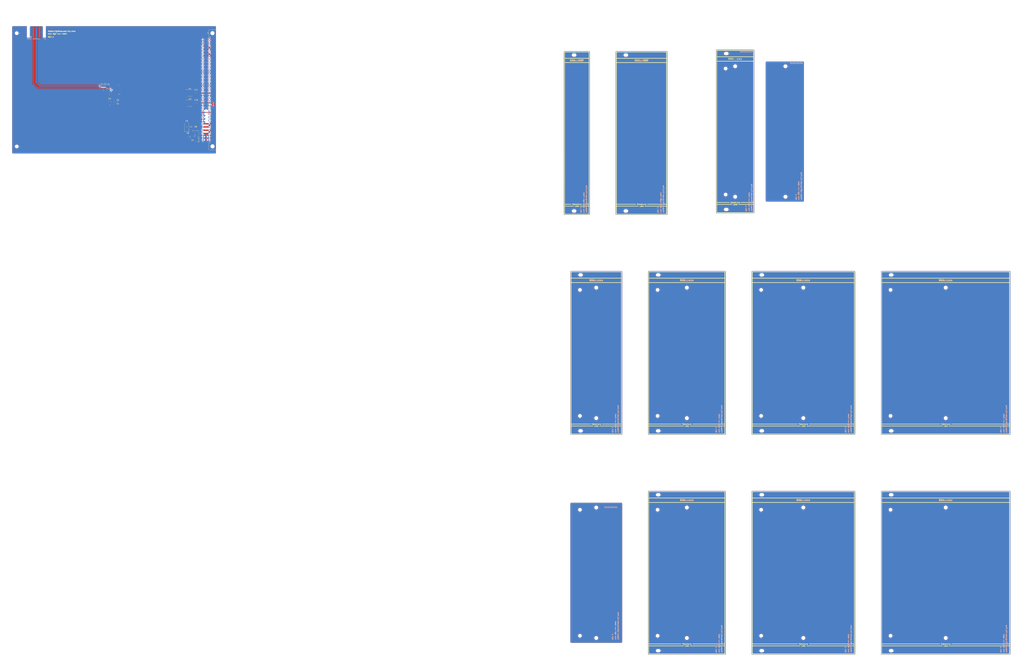
<source format=kicad_pcb>
(kicad_pcb (version 20221018) (generator pcbnew)
  (layers (0 "F.Cu" signal) (31 "B.Cu" signal) (34 "B.Paste" user) (35 "F.Paste" user) (36 "B.SilkS" user "B.Silkscreen") (37 "F.SilkS" user "F.Silkscreen") (38 "B.Mask" user) (39 "F.Mask" user) (44 "Edge.Cuts" user))
  (net 0 "")
  (net 1 "+5V")
  (net 2 "GND")
  (net 3 "+12V")
  (net 4 "BUS_DIR")
  (net 22 "BUS_TX")
  (net 23 "BUS_RX")
  (net 26 "BUS_INT_TX")
  (net 27 "BUS_INT_RX")
  (net 28 "BUS_INT_DIR")
  (net 29 "RS485_A")
  (net 30 "RS485_B")
  (net 31 "RS485_INT_A")
  (net 32 "RS485_INT_B")
  (net 33 "Net-(U2-SW)")
  (net 34 "Net-(U2-BST)")
  (net 35 "Net-(U2-EN)")
  (net 36 "AUDIO_L")
  (net 37 "AUDIO_R")
  (net 38 "AUDIO_G")
  (net 39 "I2C_SDA")
  (net 40 "I2C_SCL")
  (net 41 "RESET")
  (net 42 "BUS-01")
  (net 43 "BUS-02")
  (net 44 "BUS-03")
  (net 45 "BUS-04")
  (net 60 "UPDI")
  (footprint "Package_SO:SOIC-8_3.9x4.9mm_P1.27mm" (layer "F.Cu") (at 158.5 78.5)
    (fp_text reference "U4")
    (fp_text value "SP481E")
  )
  (footprint "Package_TO_SOT_SMD:TSOT-23-6" (layer "F.Cu") (at 160.5 112.61875 90)
    (fp_text reference "U2")
    (fp_text value "AP63205WU")
  )
  (footprint "Capacitor_SMD:C_0805_2012Metric" (layer "F.Cu") (at 89.5 74 90)
    (fp_text reference "C1")
    (fp_text value "100nF")
  )
  (footprint "Capacitor_SMD:C_0805_2012Metric" (layer "F.Cu") (at 163.525 86.405 -90)
    (fp_text reference "C10")
    (fp_text value "100nF")
  )
  (footprint "Capacitor_SMD:C_0805_2012Metric" (layer "F.Cu") (at 157.5 112.61875 -90)
    (fp_text reference "C6")
    (fp_text value "100nF")
  )
  (footprint "Capacitor_SMD:C_0805_2012Metric" (layer "F.Cu") (at 163.5 112.36875 -90)
    (fp_text reference "C7")
    (fp_text value "10uF")
  )
  (footprint "kiu-eAVR:eAVR6-UPDI-B" (layer "F.Cu") (at 38 26 180)
    (fp_text reference "J2")
    (fp_text value "AVR-UPDI-6" hide)
    (fp_line (start -5.08 -9) (end -5.08 -0.5) (stroke (width 0.12)) (layer "Edge.Cuts"))
    (fp_line (start -5.08 -0.5) (end -4.58 0) (stroke (width 0.12)) (layer "Edge.Cuts"))
    (fp_line (start -4.58 0) (end 4.58 0) (stroke (width 0.12)) (layer "Edge.Cuts"))
    (fp_line (start 5.08 -9) (end 5.08 -0.5) (stroke (width 0.12)) (layer "Edge.Cuts"))
    (fp_line (start 5.08 -0.5) (end 4.58 0) (stroke (width 0.12)) (layer "Edge.Cuts"))
  )
  (footprint "Inductor_SMD:L_1210_3225Metric" (layer "F.Cu") (at 159.5 108.11875 90)
    (fp_text reference "L1")
    (fp_text value "4.7uH")
  )
  (footprint "Capacitor_SMD:C_0805_2012Metric" (layer "F.Cu") (at 92 74 90)
    (fp_text reference "C2")
    (fp_text value "10nF")
  )
  (footprint "Capacitor_Tantalum_SMD:CP_EIA-6032-28_Kemet-C" (layer "F.Cu") (at 155.9625 105.15625 90)
    (fp_text reference "C9")
    (fp_text value "220uF")
  )
  (footprint "Capacitor_SMD:C_0805_2012Metric" (layer "F.Cu") (at 163.5 78.5 -90)
    (fp_text reference "C11")
    (fp_text value "100nF")
  )
  (footprint "Package_SO:SOIC-8_3.9x4.9mm_P1.27mm" (layer "F.Cu") (at 158.5 86.5)
    (fp_text reference "U3")
    (fp_text value "SP481E")
  )
  (footprint "Connector_DIN:DIN41612_C_2x32_Male_Horizontal_THT" (layer "F.Cu") (at 173.71 36.58 -90)
    (fp_text reference "J7")
    (fp_text value "DIN41612_02x32_AC")
  )
  (footprint "Capacitor_SMD:C_0805_2012Metric" (layer "F.Cu") (at 95.5 85.25 90)
    (fp_text reference "C3")
    (fp_text value "100nF")
  )
  (footprint "Capacitor_SMD:C_0805_2012Metric" (layer "F.Cu") (at 99 86.5 180)
    (fp_text reference "C4")
    (fp_text value "100nF")
  )
  (footprint "Capacitor_SMD:C_1210_3225Metric" (layer "F.Cu") (at 163 108.09375 -90)
    (fp_text reference "C8")
    (fp_text value "47uF")
  )
  (footprint "Capacitor_SMD:C_0805_2012Metric" (layer "F.Cu") (at 99 84 180)
    (fp_text reference "C5")
    (fp_text value "10nF")
  )
  (footprint "Fuse:Fuse_0805_2012Metric" (layer "F.Cu") (at 163.5 116.51875 -90)
    (fp_text reference "F1")
    (fp_text value "Polyfuse")
  )
  (footprint "Package_QFP:TQFP-32_7x7mm_P0.8mm" (layer "F.Cu") (at 99 76 180)
    (fp_text reference "U1")
    (fp_text value "AVR64DD32")
  )
  (gr_line (start 496.705 346.440001) (end 458.2 346.44) (stroke (width 0.5)) (layer "F.SilkS"))
  (gr_line (start 599.94 227.44) (end 680.085 227.44) (stroke (width 0.5)) (layer "F.SilkS"))
  (gr_line (start 701.54 223.94) (end 802.005 223.94) (stroke (width 0.5)) (layer "F.SilkS"))
  (gr_line (start 701.54 396.66) (end 802.005 396.66) (stroke (width 0.5)) (layer "F.SilkS"))
  (gr_line (start 532.765 167.386) (end 515.62 167.386) (stroke (width 0.5)) (layer "F.SilkS"))
  (gr_line (start 801.505 519.160001) (end 702.04 519.16) (stroke (width 0.5)) (layer "F.SilkS"))
  (gr_arc (start 572.56 172.52) (mid 572.206447 172.373553) (end 572.06 172.02) (stroke (width 0.5)) (layer "F.SilkS"))
  (gr_line (start 532.638 165.862) (end 517.652 165.862) (stroke (width 0.5)) (layer "F.SilkS"))
  (gr_line (start 457.7 223.94) (end 497.205 223.94) (stroke (width 0.5)) (layer "F.SilkS"))
  (gr_arc (start 471.424 46.228) (mid 471.777553 46.374447) (end 471.924 46.728) (stroke (width 0.5)) (layer "F.SilkS"))
  (gr_line (start 572.06 172.02) (end 572.06 45.52) (stroke (width 0.5)) (layer "F.SilkS"))
  (gr_line (start 749.3 340.106) (end 701.548 340.106) (stroke (width 0.5)) (layer "F.SilkS"))
  (gr_line (start 701.54 400.16) (end 802.005 400.16) (stroke (width 0.5)) (layer "F.SilkS"))
  (gr_line (start 749.3 512.826) (end 701.548 512.826) (stroke (width 0.5)) (layer "F.SilkS"))
  (gr_line (start 518.66 227.44) (end 578.485 227.44) (stroke (width 0.5)) (layer "F.SilkS"))
  (gr_arc (start 679.585 218.939999) (mid 679.938553 219.086446) (end 680.085 219.439999) (stroke (width 0.5)) (layer "F.SilkS"))
  (gr_line (start 801.505 346.440001) (end 702.04 346.44) (stroke (width 0.5)) (layer "F.SilkS"))
  (gr_line (start 572.06 53.52) (end 601.06 53.52) (stroke (width 0.5)) (layer "F.SilkS"))
  (gr_line (start 637.54 340.106) (end 599.948 340.106) (stroke (width 0.5)) (layer "F.SilkS"))
  (gr_line (start 578.485 219.439999) (end 578.485 345.940001) (stroke (width 0.5)) (layer "F.SilkS"))
  (gr_line (start 508.508 165.862) (end 493.522 165.862) (stroke (width 0.5)) (layer "F.SilkS"))
  (gr_arc (start 493.276001 46.719999) (mid 493.422448 46.366447) (end 493.776 46.22) (stroke (width 0.5)) (layer "F.SilkS"))
  (gr_line (start 532.765 46.728) (end 532.773 173.228) (stroke (width 0.5)) (layer "F.SilkS"))
  (gr_arc (start 518.660001 219.439999) (mid 518.806448 219.086447) (end 519.16 218.94) (stroke (width 0.5)) (layer "F.SilkS"))
  (gr_arc (start 497.205 345.940001) (mid 497.058553 346.293554) (end 496.705 346.440001) (stroke (width 0.5)) (layer "F.SilkS"))
  (gr_line (start 802.005 392.159999) (end 802.005 518.660001) (stroke (width 0.5)) (layer "F.SilkS"))
  (gr_line (start 578.358 340.106) (end 551.18 340.106) (stroke (width 0.5)) (layer "F.SilkS"))
  (gr_arc (start 701.540001 392.159999) (mid 701.686448 391.806447) (end 702.04 391.66) (stroke (width 0.5)) (layer "F.SilkS"))
  (gr_line (start 457.7 227.44) (end 497.205 227.44) (stroke (width 0.5)) (layer "F.SilkS"))
  (gr_line (start 457.708 165.862) (end 452.882 165.862) (stroke (width 0.5)) (layer "F.SilkS"))
  (gr_line (start 493.776 46.22) (end 532.265 46.228) (stroke (width 0.5)) (layer "F.SilkS"))
  (gr_line (start 600.44 218.94) (end 679.585 218.939999) (stroke (width 0.5)) (layer "F.SilkS"))
  (gr_arc (start 702.04 346.44) (mid 701.686447 346.293553) (end 701.54 345.94) (stroke (width 0.5)) (layer "F.SilkS"))
  (gr_line (start 578.358 512.826) (end 551.18 512.826) (stroke (width 0.5)) (layer "F.SilkS"))
  (gr_arc (start 701.540001 219.439999) (mid 701.686448 219.086447) (end 702.04 218.94) (stroke (width 0.5)) (layer "F.SilkS"))
  (gr_arc (start 600.44 519.16) (mid 600.086447 519.013553) (end 599.94 518.66) (stroke (width 0.5)) (layer "F.SilkS"))
  (gr_line (start 544.068 338.582) (end 518.668 338.582) (stroke (width 0.5)) (layer "F.SilkS"))
  (gr_line (start 801.878 512.826) (end 754.38 512.826) (stroke (width 0.5)) (layer "F.SilkS"))
  (gr_arc (start 519.16 346.44) (mid 518.806447 346.293553) (end 518.66 345.94) (stroke (width 0.5)) (layer "F.SilkS"))
  (gr_line (start 601.060001 45.519999) (end 601.060001 172.020001) (stroke (width 0.5)) (layer "F.SilkS"))
  (gr_arc (start 600.560001 45.019999) (mid 600.913554 45.166446) (end 601.060001 45.519999) (stroke (width 0.5)) (layer "F.SilkS"))
  (gr_line (start 493.522 51.22) (end 532.765 51.22) (stroke (width 0.5)) (layer "F.SilkS"))
  (gr_line (start 600.44 391.66) (end 679.585 391.659999) (stroke (width 0.5)) (layer "F.SilkS"))
  (gr_line (start 679.958 512.826) (end 642.62 512.826) (stroke (width 0.5)) (layer "F.SilkS"))
  (gr_line (start 599.94 400.16) (end 680.085 400.16) (stroke (width 0.5)) (layer "F.SilkS"))
  (gr_line (start 518.66 518.66) (end 518.66 392.16) (stroke (width 0.5)) (layer "F.SilkS"))
  (gr_line (start 572.06 50.02) (end 601.06 50.02) (stroke (width 0.5)) (layer "F.SilkS"))
  (gr_line (start 518.66 400.16) (end 578.485 400.16) (stroke (width 0.5)) (layer "F.SilkS"))
  (gr_line (start 493.522 54.61) (end 532.765 54.61) (stroke (width 0.5)) (layer "F.SilkS"))
  (gr_line (start 578.358 338.582) (end 553.212 338.582) (stroke (width 0.5)) (layer "F.SilkS"))
  (gr_line (start 519.16 391.66) (end 577.985 391.659999) (stroke (width 0.5)) (layer "F.SilkS"))
  (gr_line (start 599.94 518.66) (end 599.94 392.16) (stroke (width 0.5)) (layer "F.SilkS"))
  (gr_line (start 582.06 164.52) (end 572.06 164.52) (stroke (width 0.5)) (layer "F.SilkS"))
  (gr_arc (start 578.485 518.660001) (mid 578.338553 519.013554) (end 577.985 519.160001) (stroke (width 0.5)) (layer "F.SilkS"))
  (gr_line (start 519.16 218.94) (end 577.985 218.939999) (stroke (width 0.5)) (layer "F.SilkS"))
  (gr_line (start 452.882 51.22) (end 471.678 51.22) (stroke (width 0.5)) (layer "F.SilkS"))
  (gr_line (start 599.94 396.66) (end 680.085 396.66) (stroke (width 0.5)) (layer "F.SilkS"))
  (gr_arc (start 679.585 391.659999) (mid 679.938553 391.806446) (end 680.085 392.159999) (stroke (width 0.5)) (layer "F.SilkS"))
  (gr_line (start 532.273 173.728) (end 493.768 173.728) (stroke (width 0.5)) (layer "F.SilkS"))
  (gr_arc (start 702.04 519.16) (mid 701.686447 519.013553) (end 701.54 518.66) (stroke (width 0.5)) (layer "F.SilkS"))
  (gr_arc (start 680.085 345.940001) (mid 679.938553 346.293554) (end 679.585 346.440001) (stroke (width 0.5)) (layer "F.SilkS"))
  (gr_arc (start 577.985 218.939999) (mid 578.338553 219.086446) (end 578.485 219.439999) (stroke (width 0.5)) (layer "F.SilkS"))
  (gr_arc (start 599.940001 392.159999) (mid 600.086448 391.806447) (end 600.44 391.66) (stroke (width 0.5)) (layer "F.SilkS"))
  (gr_line (start 518.66 396.66) (end 578.485 396.66) (stroke (width 0.5)) (layer "F.SilkS"))
  (gr_line (start 599.94 223.94) (end 680.085 223.94) (stroke (width 0.5)) (layer "F.SilkS"))
  (gr_arc (start 493.768 173.728) (mid 493.414447 173.581553) (end 493.268 173.228) (stroke (width 0.5)) (layer "F.SilkS"))
  (gr_arc (start 471.932 173.228) (mid 471.785553 173.581553) (end 471.432 173.728) (stroke (width 0.5)) (layer "F.SilkS"))
  (gr_arc (start 802.005 518.660001) (mid 801.858553 519.013554) (end 801.505 519.160001) (stroke (width 0.5)) (layer "F.SilkS"))
  (gr_line (start 546.1 340.106) (end 518.668 340.106) (stroke (width 0.5)) (layer "F.SilkS"))
  (gr_arc (start 599.940001 219.439999) (mid 600.086448 219.086447) (end 600.44 218.94) (stroke (width 0.5)) (layer "F.SilkS"))
  (gr_line (start 701.54 227.44) (end 802.005 227.44) (stroke (width 0.5)) (layer "F.SilkS"))
  (gr_line (start 453.136 46.22) (end 471.424 46.228) (stroke (width 0.5)) (layer "F.SilkS"))
  (gr_line (start 474.98 340.106) (end 457.708 340.106) (stroke (width 0.5)) (layer "F.SilkS"))
  (gr_line (start 578.485 392.159999) (end 578.485 518.660001) (stroke (width 0.5)) (layer "F.SilkS"))
  (gr_line (start 452.882 54.61) (end 471.678 54.61) (stroke (width 0.5)) (layer "F.SilkS"))
  (gr_line (start 471.924 46.728) (end 471.932 173.228) (stroke (width 0.5)) (layer "F.SilkS"))
  (gr_arc (start 578.485 345.940001) (mid 578.338553 346.293554) (end 577.985 346.440001) (stroke (width 0.5)) (layer "F.SilkS"))
  (gr_line (start 680.085 392.159999) (end 680.085 518.660001) (stroke (width 0.5)) (layer "F.SilkS"))
  (gr_line (start 471.678 165.862) (end 466.852 165.862) (stroke (width 0.5)) (layer "F.SilkS"))
  (gr_line (start 497.205 219.439999) (end 497.205 345.940001) (stroke (width 0.5)) (layer "F.SilkS"))
  (gr_line (start 459.74 167.386) (end 452.882 167.386) (stroke (width 0.5)) (layer "F.SilkS"))
  (gr_line (start 747.268 338.582) (end 701.548 338.582) (stroke (width 0.5)) (layer "F.SilkS"))
  (gr_line (start 600.560001 172.520001) (end 572.56 172.52) (stroke (width 0.5)) (layer "F.SilkS"))
  (gr_line (start 702.04 218.94) (end 801.505 218.939999) (stroke (width 0.5)) (layer "F.SilkS"))
  (gr_arc (start 519.16 519.16) (mid 518.806447 519.013553) (end 518.66 518.66) (stroke (width 0.5)) (layer "F.SilkS"))
  (gr_line (start 679.958 338.582) (end 644.652 338.582) (stroke (width 0.5)) (layer "F.SilkS"))
  (gr_line (start 458.2 218.94) (end 496.705 218.939999) (stroke (width 0.5)) (layer "F.SilkS"))
  (gr_arc (start 601.060001 172.020001) (mid 600.913554 172.373554) (end 600.560001 172.520001) (stroke (width 0.5)) (layer "F.SilkS"))
  (gr_line (start 680.085 219.439999) (end 680.085 345.940001) (stroke (width 0.5)) (layer "F.SilkS"))
  (gr_arc (start 452.636001 46.719999) (mid 452.782448 46.366447) (end 453.136 46.22) (stroke (width 0.5)) (layer "F.SilkS"))
  (gr_arc (start 680.085 518.660001) (mid 679.938553 519.013554) (end 679.585 519.160001) (stroke (width 0.5)) (layer "F.SilkS"))
  (gr_line (start 679.585 346.440001) (end 600.44 346.44) (stroke (width 0.5)) (layer "F.SilkS"))
  (gr_line (start 601.06 166.02) (end 589.06 166.02) (stroke (width 0.5)) (layer "F.SilkS"))
  (gr_arc (start 458.2 346.44) (mid 457.846447 346.293553) (end 457.7 345.94) (stroke (width 0.5)) (layer "F.SilkS"))
  (gr_line (start 544.068 511.302) (end 518.668 511.302) (stroke (width 0.5)) (layer "F.SilkS"))
  (gr_arc (start 457.700001 219.439999) (mid 457.846448 219.086447) (end 458.2 218.94) (stroke (width 0.5)) (layer "F.SilkS"))
  (gr_line (start 702.04 391.66) (end 801.505 391.659999) (stroke (width 0.5)) (layer "F.SilkS"))
  (gr_line (start 747.268 511.302) (end 701.548 511.302) (stroke (width 0.5)) (layer "F.SilkS"))
  (gr_line (start 457.7 345.94) (end 457.7 219.44) (stroke (width 0.5)) (layer "F.SilkS"))
  (gr_line (start 452.628 173.228) (end 452.636001 46.719999) (stroke (width 0.5)) (layer "F.SilkS"))
  (gr_line (start 472.948 338.582) (end 457.708 338.582) (stroke (width 0.5)) (layer "F.SilkS"))
  (gr_line (start 493.268 173.228) (end 493.276001 46.719999) (stroke (width 0.5)) (layer "F.SilkS"))
  (gr_line (start 679.958 340.106) (end 642.62 340.106) (stroke (width 0.5)) (layer "F.SilkS"))
  (gr_line (start 497.078 340.106) (end 480.06 340.106) (stroke (width 0.5)) (layer "F.SilkS"))
  (gr_arc (start 801.505 391.659999) (mid 801.858553 391.806446) (end 802.005 392.159999) (stroke (width 0.5)) (layer "F.SilkS"))
  (gr_arc (start 801.505 218.939999) (mid 801.858553 219.086446) (end 802.005 219.439999) (stroke (width 0.5)) (layer "F.SilkS"))
  (gr_line (start 518.66 223.94) (end 578.485 223.94) (stroke (width 0.5)) (layer "F.SilkS"))
  (gr_arc (start 532.265 46.228) (mid 532.618553 46.374447) (end 532.765 46.728) (stroke (width 0.5)) (layer "F.SilkS"))
  (gr_line (start 701.54 518.66) (end 701.54 392.16) (stroke (width 0.5)) (layer "F.SilkS"))
  (gr_arc (start 532.773 173.228) (mid 532.626553 173.581553) (end 532.273 173.728) (stroke (width 0.5)) (layer "F.SilkS"))
  (gr_line (start 635.508 511.302) (end 599.948 511.302) (stroke (width 0.5)) (layer "F.SilkS"))
  (gr_line (start 601.06 164.52) (end 591.06 164.52) (stroke (width 0.5)) (layer "F.SilkS"))
  (gr_line (start 578.358 511.302) (end 553.212 511.302) (stroke (width 0.5)) (layer "F.SilkS"))
  (gr_line (start 637.54 512.826) (end 599.948 512.826) (stroke (width 0.5)) (layer "F.SilkS"))
  (gr_arc (start 453.128 173.728) (mid 452.774447 173.581553) (end 452.628 173.228) (stroke (width 0.5)) (layer "F.SilkS"))
  (gr_arc (start 577.985 391.659999) (mid 578.338553 391.806446) (end 578.485 392.159999) (stroke (width 0.5)) (layer "F.SilkS"))
  (gr_arc (start 518.660001 392.159999) (mid 518.806448 391.806447) (end 519.16 391.66) (stroke (width 0.5)) (layer "F.SilkS"))
  (gr_line (start 679.585 519.160001) (end 600.44 519.16) (stroke (width 0.5)) (layer "F.SilkS"))
  (gr_arc (start 600.44 346.44) (mid 600.086447 346.293553) (end 599.94 345.94) (stroke (width 0.5)) (layer "F.SilkS"))
  (gr_line (start 497.078 338.582) (end 482.092 338.582) (stroke (width 0.5)) (layer "F.SilkS"))
  (gr_arc (start 572.060001 45.519999) (mid 572.206448 45.166447) (end 572.56 45.02) (stroke (width 0.5)) (layer "F.SilkS"))
  (gr_line (start 701.54 345.94) (end 701.54 219.44) (stroke (width 0.5)) (layer "F.SilkS"))
  (gr_line (start 679.958 511.302) (end 644.652 511.302) (stroke (width 0.5)) (layer "F.SilkS"))
  (gr_line (start 577.985 346.440001) (end 519.16 346.44) (stroke (width 0.5)) (layer "F.SilkS"))
  (gr_line (start 518.66 345.94) (end 518.66 219.44) (stroke (width 0.5)) (layer "F.SilkS"))
  (gr_line (start 577.985 519.160001) (end 519.16 519.16) (stroke (width 0.5)) (layer "F.SilkS"))
  (gr_line (start 572.56 45.02) (end 600.560001 45.019999) (stroke (width 0.5)) (layer "F.SilkS"))
  (gr_arc (start 802.005 345.940001) (mid 801.858553 346.293554) (end 801.505 346.440001) (stroke (width 0.5)) (layer "F.SilkS"))
  (gr_line (start 546.1 512.826) (end 518.668 512.826) (stroke (width 0.5)) (layer "F.SilkS"))
  (gr_line (start 471.678 167.386) (end 464.82 167.386) (stroke (width 0.5)) (layer "F.SilkS"))
  (gr_line (start 802.005 219.439999) (end 802.005 345.940001) (stroke (width 0.5)) (layer "F.SilkS"))
  (gr_line (start 584.06 166.02) (end 572.06 166.02) (stroke (width 0.5)) (layer "F.SilkS"))
  (gr_line (start 471.432 173.728) (end 453.128 173.728) (stroke (width 0.5)) (layer "F.SilkS"))
  (gr_line (start 801.878 511.302) (end 756.412 511.302) (stroke (width 0.5)) (layer "F.SilkS"))
  (gr_line (start 510.54 167.386) (end 493.522 167.386) (stroke (width 0.5)) (layer "F.SilkS"))
  (gr_line (start 801.878 338.582) (end 756.412 338.582) (stroke (width 0.5)) (layer "F.SilkS"))
  (gr_line (start 599.94 345.94) (end 599.94 219.44) (stroke (width 0.5)) (layer "F.SilkS"))
  (gr_line (start 635.508 338.582) (end 599.948 338.582) (stroke (width 0.5)) (layer "F.SilkS"))
  (gr_line (start 801.878 340.106) (end 754.38 340.106) (stroke (width 0.5)) (layer "F.SilkS"))
  (gr_arc (start 496.705 218.939999) (mid 497.058553 219.086446) (end 497.205 219.439999) (stroke (width 0.5)) (layer "F.SilkS"))
  (gr_line (start 802.14 346.94) (end 701.54 346.94) (stroke (width 0.05)) (layer "Edge.Cuts"))
  (gr_line (start 599.44 346.44) (end 599.44 218.94) (stroke (width 0.05)) (layer "Edge.Cuts"))
  (gr_line (start 606.94 222.79) (end 607.94 222.79) (stroke (width 0.1)) (layer "Edge.Cuts"))
  (gr_arc (start 579.06 48.87) (mid 577.71 47.52) (end 579.06 46.17) (stroke (width 0.1)) (layer "Edge.Cuts"))
  (gr_arc (start 709.54 515.31) (mid 710.89 516.66) (end 709.54 518.01) (stroke (width 0.1)) (layer "Edge.Cuts"))
  (gr_line (start 497.34 218.44) (end 497.84 218.94) (stroke (width 0.05)) (layer "Edge.Cuts"))
  (gr_line (start 452.12 173.72) (end 452.62 174.22) (stroke (width 0.05)) (layer "Edge.Cuts"))
  (gr_circle (center 579.06 158.27) (end 580.56 158.27) (stroke (width 0.1)) (fill none) (layer "Edge.Cuts"))
  (gr_line (start 30.5 26) (end 19.5 26) (stroke (width 0.1)) (layer "Edge.Cuts"))
  (gr_line (start 579.12 391.66) (end 579.12 519.16) (stroke (width 0.05)) (layer "Edge.Cuts"))
  (gr_line (start 492.76 173.72) (end 492.76 46.22) (stroke (width 0.05)) (layer "Edge.Cuts"))
  (gr_line (start 701.04 346.44) (end 701.54 346.94) (stroke (width 0.05)) (layer "Edge.Cuts"))
  (gr_circle (center 464.7 405.91) (end 466.2 405.91) (stroke (width 0.1)) (fill none) (layer "Edge.Cuts"))
  (gr_circle (center 606.94 233.19) (end 608.44 233.19) (stroke (width 0.1)) (fill none) (layer "Edge.Cuts"))
  (gr_line (start 680.22 519.66) (end 680.72 519.16) (stroke (width 0.05)) (layer "Edge.Cuts"))
  (gr_line (start 802.14 346.94) (end 802.64 346.44) (stroke (width 0.05)) (layer "Edge.Cuts"))
  (gr_line (start 179 26.5) (end 179 125.5) (stroke (width 0.1)) (layer "Edge.Cuts"))
  (gr_line (start 464.7 222.79) (end 465.7 222.79) (stroke (width 0.1)) (layer "Edge.Cuts"))
  (gr_line (start 611.06 53.77) (end 640.06 53.77) (stroke (width 0.05)) (layer "Edge.Cuts"))
  (gr_line (start 578.62 391.16) (end 579.12 391.66) (stroke (width 0.05)) (layer "Edge.Cuts"))
  (gr_circle (center 626.06 160.02) (end 627.66 160.02) (stroke (width 0.05)) (fill none) (layer "Edge.Cuts"))
  (gr_line (start 525.66 345.29) (end 526.66 345.29) (stroke (width 0.1)) (layer "Edge.Cuts"))
  (gr_line (start 640.56 54.27) (end 640.56 163.27) (stroke (width 0.05)) (layer "Edge.Cuts"))
  (gr_circle (center 548.64 404.16) (end 550.24 404.16) (stroke (width 0.05)) (fill none) (layer "Edge.Cuts"))
  (gr_line (start 178.5 126) (end 19.5 126) (stroke (width 0.1)) (layer "Edge.Cuts"))
  (gr_line (start 579.06 171.37) (end 580.06 171.37) (stroke (width 0.1)) (layer "Edge.Cuts"))
  (gr_line (start 45.5 26) (end 178.5 26) (stroke (width 0.1)) (layer "Edge.Cuts"))
  (gr_arc (start 708.54 222.79) (mid 707.19 221.44) (end 708.54 220.09) (stroke (width 0.1)) (layer "Edge.Cuts"))
  (gr_arc (start 708.54 345.29) (mid 707.19 343.94) (end 708.54 342.59) (stroke (width 0.1)) (layer "Edge.Cuts"))
  (gr_line (start 708.54 222.79) (end 709.54 222.79) (stroke (width 0.1)) (layer "Edge.Cuts"))
  (gr_line (start 606.94 345.29) (end 607.94 345.29) (stroke (width 0.1)) (layer "Edge.Cuts"))
  (gr_line (start 45.5 26) (end 45.5 35) (stroke (width 0.1)) (layer "Edge.Cuts"))
  (gr_line (start 532.9 45.72) (end 533.4 46.22) (stroke (width 0.05)) (layer "Edge.Cuts"))
  (gr_arc (start 709.54 220.09) (mid 710.89 221.44) (end 709.54 222.79) (stroke (width 0.1)) (layer "Edge.Cuts"))
  (gr_circle (center 464.7 504.91) (end 466.2 504.91) (stroke (width 0.1)) (fill none) (layer "Edge.Cuts"))
  (gr_line (start 457.7 218.44) (end 497.34 218.44) (stroke (width 0.05)) (layer "Edge.Cuts"))
  (gr_line (start 802.14 519.66) (end 701.54 519.66) (stroke (width 0.05)) (layer "Edge.Cuts"))
  (gr_arc (start 501.26 47.37) (mid 502.61 48.72) (end 501.26 50.07) (stroke (width 0.1)) (layer "Edge.Cuts"))
  (gr_line (start 701.04 346.44) (end 701.04 218.94) (stroke (width 0.05)) (layer "Edge.Cuts"))
  (gr_arc (start 526.66 220.09) (mid 528.01 221.44) (end 526.66 222.79) (stroke (width 0.1)) (layer "Edge.Cuts"))
  (gr_line (start 680.22 346.94) (end 599.94 346.94) (stroke (width 0.05)) (layer "Edge.Cuts"))
  (gr_arc (start 465.7 342.59) (mid 467.05 343.94) (end 465.7 345.29) (stroke (width 0.1)) (layer "Edge.Cuts"))
  (gr_line (start 518.16 519.16) (end 518.66 519.66) (stroke (width 0.05)) (layer "Edge.Cuts"))
  (gr_circle (center 548.64 333.94) (end 550.24 333.94) (stroke (width 0.05)) (fill none) (layer "Edge.Cuts"))
  (gr_line (start 579.12 218.94) (end 579.12 346.44) (stroke (width 0.05)) (layer "Edge.Cuts"))
  (gr_line (start 457.2 346.44) (end 457.2 218.94) (stroke (width 0.05)) (layer "Edge.Cuts"))
  (gr_arc (start 607.94 220.09) (mid 609.29 221.44) (end 607.94 222.79) (stroke (width 0.1)) (layer "Edge.Cuts"))
  (gr_line (start 518.16 218.94) (end 518.66 218.44) (stroke (width 0.05)) (layer "Edge.Cuts"))
  (gr_circle (center 579.06 59.27) (end 580.56 59.27) (stroke (width 0.1)) (fill none) (layer "Edge.Cuts"))
  (gr_circle (center 525.66 405.91) (end 527.16 405.91) (stroke (width 0.1)) (fill none) (layer "Edge.Cuts"))
  (gr_line (start 518.66 218.44) (end 578.62 218.44) (stroke (width 0.05)) (layer "Edge.Cuts"))
  (gr_circle (center 477.52 231.44) (end 479.12 231.44) (stroke (width 0.05)) (fill none) (layer "Edge.Cuts"))
  (gr_circle (center 640.08 333.94) (end 641.68 333.94) (stroke (width 0.05)) (fill none) (layer "Edge.Cuts"))
  (gr_line (start 459.62 47.37) (end 460.62 47.37) (stroke (width 0.1)) (layer "Edge.Cuts"))
  (gr_line (start 452.62 45.72) (end 471.94 45.72) (stroke (width 0.05)) (layer "Edge.Cuts"))
  (gr_line (start 497.34 346.94) (end 457.7 346.94) (stroke (width 0.05)) (layer "Edge.Cuts"))
  (gr_line (start 493.26 45.72) (end 532.9 45.72) (stroke (width 0.05)) (layer "Edge.Cuts"))
  (gr_arc (start 606.94 395.51) (mid 605.59 394.16) (end 606.94 392.81) (stroke (width 0.1)) (layer "Edge.Cuts"))
  (gr_line (start 680.22 519.66) (end 599.94 519.66) (stroke (width 0.05)) (layer "Edge.Cuts"))
  (gr_arc (start 580.06 46.17) (mid 581.41 47.52) (end 580.06 48.87) (stroke (width 0.1)) (layer "Edge.Cuts"))
  (gr_line (start 464.7 220.09) (end 465.7 220.09) (stroke (width 0.1)) (layer "Edge.Cuts"))
  (gr_circle (center 464.7 233.19) (end 466.2 233.19) (stroke (width 0.1)) (fill none) (layer "Edge.Cuts"))
  (gr_line (start 708.54 395.51) (end 709.54 395.51) (stroke (width 0.1)) (layer "Edge.Cuts"))
  (gr_line (start 606.94 518.01) (end 607.94 518.01) (stroke (width 0.1)) (layer "Edge.Cuts"))
  (gr_line (start 518.66 391.16) (end 578.62 391.16) (stroke (width 0.05)) (layer "Edge.Cuts"))
  (gr_line (start 518.16 346.44) (end 518.16 218.94) (stroke (width 0.05)) (layer "Edge.Cuts"))
  (gr_line (start 178.5 26) (end 179 26.5) (stroke (width 0.1)) (layer "Edge.Cuts"))
  (gr_line (start 525.66 392.81) (end 526.66 392.81) (stroke (width 0.1)) (layer "Edge.Cuts"))
  (gr_circle (center 751.84 333.94) (end 753.44 333.94) (stroke (width 0.05)) (fill none) (layer "Edge.Cuts"))
  (gr_line (start 19 125.5) (end 19.5 126) (stroke (width 0.1)) (layer "Edge.Cuts"))
  (gr_line (start 500.26 169.87) (end 501.26 169.87) (stroke (width 0.1)) (layer "Edge.Cuts"))
  (gr_arc (start 459.62 50.07) (mid 458.27 48.72) (end 459.62 47.37) (stroke (width 0.1)) (layer "Edge.Cuts"))
  (gr_line (start 708.54 345.29) (end 709.54 345.29) (stroke (width 0.1)) (layer "Edge.Cuts"))
  (gr_arc (start 460.62 47.37) (mid 461.97 48.72) (end 460.62 50.07) (stroke (width 0.1)) (layer "Edge.Cuts"))
  (gr_circle (center 626.06 57.52) (end 627.66 57.52) (stroke (width 0.05)) (fill none) (layer "Edge.Cuts"))
  (gr_line (start 525.66 515.31) (end 526.66 515.31) (stroke (width 0.1)) (layer "Edge.Cuts"))
  (gr_line (start 500.26 50.07) (end 501.26 50.07) (stroke (width 0.1)) (layer "Edge.Cuts"))
  (gr_arc (start 460.62 169.87) (mid 461.97 171.22) (end 460.62 172.57) (stroke (width 0.1)) (layer "Edge.Cuts"))
  (gr_line (start 601.56 45.02) (end 601.56 172.52) (stroke (width 0.05)) (layer "Edge.Cuts"))
  (gr_line (start 464.7 342.59) (end 465.7 342.59) (stroke (width 0.1)) (layer "Edge.Cuts"))
  (gr_line (start 601.06 44.52) (end 601.56 45.02) (stroke (width 0.05)) (layer "Edge.Cuts"))
  (gr_line (start 19 26.5) (end 19.5 26) (stroke (width 0.1)) (layer "Edge.Cuts"))
  (gr_line (start 578.62 519.66) (end 579.12 519.16) (stroke (width 0.05)) (layer "Edge.Cuts"))
  (gr_line (start 701.04 519.16) (end 701.54 519.66) (stroke (width 0.05)) (layer "Edge.Cuts"))
  (gr_circle (center 640.08 404.16) (end 641.68 404.16) (stroke (width 0.05)) (fill none) (layer "Edge.Cuts"))
  (gr_line (start 500.26 47.37) (end 501.26 47.37) (stroke (width 0.1)) (layer "Edge.Cuts"))
  (gr_circle (center 640.08 231.44) (end 641.68 231.44) (stroke (width 0.05)) (fill none) (layer "Edge.Cuts"))
  (gr_line (start 533.4 46.22) (end 533.4 173.72) (stroke (width 0.05)) (layer "Edge.Cuts"))
  (gr_line (start 578.62 346.94) (end 518.66 346.94) (stroke (width 0.05)) (layer "Edge.Cuts"))
  (gr_line (start 708.54 518.01) (end 709.54 518.01) (stroke (width 0.1)) (layer "Edge.Cuts"))
  (gr_line (start 599.44 346.44) (end 599.94 346.94) (stroke (width 0.05)) (layer "Edge.Cuts"))
  (gr_circle (center 606.94 405.91) (end 608.44 405.91) (stroke (width 0.1)) (fill none) (layer "Edge.Cuts"))
  (gr_line (start 599.44 519.16) (end 599.44 391.66) (stroke (width 0.05)) (layer "Edge.Cuts"))
  (gr_line (start 571.56 172.52) (end 572.06 173.02) (stroke (width 0.05)) (layer "Edge.Cuts"))
  (gr_line (start 532.9 174.22) (end 533.4 173.72) (stroke (width 0.05)) (layer "Edge.Cuts"))
  (gr_line (start 178.5 126) (end 179 125.5) (stroke (width 0.1)) (layer "Edge.Cuts"))
  (gr_line (start 606.94 395.51) (end 607.94 395.51) (stroke (width 0.1)) (layer "Edge.Cuts"))
  (gr_line (start 579.06 46.17) (end 580.06 46.17) (stroke (width 0.1)) (layer "Edge.Cuts"))
  (gr_circle (center 548.64 231.44) (end 550.24 231.44) (stroke (width 0.05)) (fill none) (layer "Edge.Cuts"))
  (gr_line (start 32.92 35) (end 30.5 35) (stroke (width 0.1)) (layer "Edge.Cuts"))
  (gr_arc (start 526.66 515.31) (mid 528.01 516.66) (end 526.66 518.01) (stroke (width 0.1)) (layer "Edge.Cuts"))
  (gr_line (start 471.94 174.22) (end 452.62 174.22) (stroke (width 0.05)) (layer "Edge.Cuts"))
  (gr_arc (start 580.06 168.67) (mid 581.41 170.02) (end 580.06 171.37) (stroke (width 0.1)) (layer "Edge.Cuts"))
  (gr_line (start 802.14 218.44) (end 802.64 218.94) (stroke (width 0.05)) (layer "Edge.Cuts"))
  (gr_line (start 610.56 163.27) (end 611.06 163.77) (stroke (width 0.05)) (layer "Edge.Cuts"))
  (gr_circle (center 477.52 404.16) (end 479.12 404.16) (stroke (width 0.05)) (fill none) (layer "Edge.Cuts"))
  (gr_line (start 610.56 163.27) (end 610.56 54.27) (stroke (width 0.05)) (layer "Edge.Cuts"))
  (gr_line (start 601.06 173.02) (end 601.56 172.52) (stroke (width 0.05)) (layer "Edge.Cuts"))
  (gr_circle (center 751.84 231.44) (end 753.44 231.44) (stroke (width 0.05)) (fill none) (layer "Edge.Cuts"))
  (gr_line (start 30.5 35) (end 30.5 26) (stroke (width 0.1)) (layer "Edge.Cuts"))
  (gr_line (start 680.22 218.44) (end 680.72 218.94) (stroke (width 0.05)) (layer "Edge.Cuts"))
  (gr_line (start 680.72 218.94) (end 680.72 346.44) (stroke (width 0.05)) (layer "Edge.Cuts"))
  (gr_circle (center 586.56 160.02) (end 588.16 160.02) (stroke (width 0.05)) (fill none) (layer "Edge.Cuts"))
  (gr_arc (start 464.7 345.29) (mid 463.35 343.94) (end 464.7 342.59) (stroke (width 0.1)) (layer "Edge.Cuts"))
  (gr_line (start 708.54 515.31) (end 709.54 515.31) (stroke (width 0.1)) (layer "Edge.Cuts"))
  (gr_line (start 525.66 518.01) (end 526.66 518.01) (stroke (width 0.1)) (layer "Edge.Cuts"))
  (gr_line (start 640.06 163.77) (end 611.06 163.77) (stroke (width 0.05)) (layer "Edge.Cuts"))
  (gr_line (start 579.06 48.87) (end 580.06 48.87) (stroke (width 0.1)) (layer "Edge.Cuts"))
  (gr_line (start 497.84 218.94) (end 497.84 346.44) (stroke (width 0.05)) (layer "Edge.Cuts"))
  (gr_line (start 19 125.5) (end 19 26.5) (stroke (width 0.1)) (layer "Edge.Cuts"))
  (gr_circle (center 477.52 333.94) (end 479.12 333.94) (stroke (width 0.05)) (fill none) (layer "Edge.Cuts"))
  (gr_line (start 701.54 391.16) (end 802.14 391.16) (stroke (width 0.05)) (layer "Edge.Cuts"))
  (gr_line (start 452.12 173.72) (end 452.12 46.22) (stroke (width 0.05)) (layer "Edge.Cuts"))
  (gr_arc (start 526.66 392.81) (mid 528.01 394.16) (end 526.66 395.51) (stroke (width 0.1)) (layer "Edge.Cuts"))
  (gr_arc (start 525.66 345.29) (mid 524.31 343.94) (end 525.66 342.59) (stroke (width 0.1)) (layer "Edge.Cuts"))
  (gr_line (start 525.66 395.51) (end 526.66 395.51) (stroke (width 0.1)) (layer "Edge.Cuts"))
  (gr_arc (start 607.94 342.59) (mid 609.29 343.94) (end 607.94 345.29) (stroke (width 0.1)) (layer "Edge.Cuts"))
  (gr_arc (start 465.7 220.09) (mid 467.05 221.44) (end 465.7 222.79) (stroke (width 0.1)) (layer "Edge.Cuts"))
  (gr_line (start 459.62 172.57) (end 460.62 172.57) (stroke (width 0.1)) (layer "Edge.Cuts"))
  (gr_line (start 471.94 45.72) (end 472.44 46.22) (stroke (width 0.05)) (layer "Edge.Cuts"))
  (gr_circle (center 708.54 405.91) (end 710.04 405.91) (stroke (width 0.1)) (fill none) (layer "Edge.Cuts"))
  (gr_line (start 606.94 342.59) (end 607.94 342.59) (stroke (width 0.1)) (layer "Edge.Cuts"))
  (gr_circle (center 22.57 31.5) (end 24.07 31.5) (stroke (width 0.1)) (fill none) (layer "Edge.Cuts"))
  (gr_arc (start 501.26 169.87) (mid 502.61 171.22) (end 501.26 172.57) (stroke (width 0.1)) (layer "Edge.Cuts"))
  (gr_line (start 708.54 392.81) (end 709.54 392.81) (stroke (width 0.1)) (layer "Edge.Cuts"))
  (gr_line (start 708.54 220.09) (end 709.54 220.09) (stroke (width 0.1)) (layer "Edge.Cuts"))
  (gr_line (start 599.94 218.44) (end 680.22 218.44) (stroke (width 0.05)) (layer "Edge.Cuts"))
  (gr_line (start 518.16 519.16) (end 518.16 391.66) (stroke (width 0.05)) (layer "Edge.Cuts"))
  (gr_arc (start 606.94 222.79) (mid 605.59 221.44) (end 606.94 220.09) (stroke (width 0.1)) (layer "Edge.Cuts"))
  (gr_line (start 606.94 392.81) (end 607.94 392.81) (stroke (width 0.1)) (layer "Edge.Cuts"))
  (gr_line (start 601.06 173.02) (end 572.06 173.02) (stroke (width 0.05)) (layer "Edge.Cuts"))
  (gr_circle (center 525.66 332.19) (end 527.16 332.19) (stroke (width 0.1)) (fill none) (layer "Edge.Cuts"))
  (gr_line (start 497.84 400.9056) (end 497.84 509.913) (stroke (width 0.05)) (layer "Edge.Cuts"))
  (gr_line (start 571.56 45.02) (end 572.06 44.52) (stroke (width 0.05)) (layer "Edge.Cuts"))
  (gr_circle (center 640.08 506.66) (end 641.68 506.66) (stroke (width 0.05)) (fill none) (layer "Edge.Cuts"))
  (gr_line (start 518.16 391.66) (end 518.66 391.16) (stroke (width 0.05)) (layer "Edge.Cuts"))
  (gr_line (start 640.06 53.77) (end 640.56 54.27) (stroke (width 0.05)) (layer "Edge.Cuts"))
  (gr_circle (center 586.56 57.52) (end 588.16 57.52) (stroke (width 0.05)) (fill none) (layer "Edge.Cuts"))
  (gr_line (start 457.2 346.44) (end 457.7 346.94) (stroke (width 0.05)) (layer "Edge.Cuts"))
  (gr_line (start 606.94 220.09) (end 607.94 220.09) (stroke (width 0.1)) (layer "Edge.Cuts"))
  (gr_line (start 578.62 519.66) (end 518.66 519.66) (stroke (width 0.05)) (layer "Edge.Cuts"))
  (gr_line (start 579.06 168.67) (end 580.06 168.67) (stroke (width 0.1)) (layer "Edge.Cuts"))
  (gr_circle (center 606.94 332.19) (end 608.44 332.19) (stroke (width 0.1)) (fill none) (layer "Edge.Cuts"))
  (gr_line (start 459.62 50.07) (end 460.62 50.07) (stroke (width 0.1)) (layer "Edge.Cuts"))
  (gr_line (start 599.94 391.16) (end 680.22 391.16) (stroke (width 0.05)) (layer "Edge.Cuts"))
  (gr_line (start 578.62 346.94) (end 579.12 346.44) (stroke (width 0.05)) (layer "Edge.Cuts"))
  (gr_line (start 525.66 220.09) (end 526.66 220.09) (stroke (width 0.1)) (layer "Edge.Cuts"))
  (gr_line (start 497.34 346.94) (end 497.84 346.44) (stroke (width 0.05)) (layer "Edge.Cuts"))
  (gr_line (start 459.62 169.87) (end 460.62 169.87) (stroke (width 0.1)) (layer "Edge.Cuts"))
  (gr_circle (center 708.54 504.91) (end 710.04 504.91) (stroke (width 0.1)) (fill none) (layer "Edge.Cuts"))
  (gr_line (start 457.2 218.94) (end 457.7 218.44) (stroke (width 0.05)) (layer "Edge.Cuts"))
  (gr_line (start 599.44 391.66) (end 599.94 391.16) (stroke (width 0.05)) (layer "Edge.Cuts"))
  (gr_line (start 701.04 218.94) (end 701.54 218.44) (stroke (width 0.05)) (layer "Edge.Cuts"))
  (gr_line (start 701.54 218.44) (end 802.14 218.44) (stroke (width 0.05)) (layer "Edge.Cuts"))
  (gr_line (start 472.44 46.22) (end 472.44 173.72) (stroke (width 0.05)) (layer "Edge.Cuts"))
  (gr_line (start 802.64 391.66) (end 802.64 519.16) (stroke (width 0.05)) (layer "Edge.Cuts"))
  (gr_line (start 525.66 222.79) (end 526.66 222.79) (stroke (width 0.1)) (layer "Edge.Cuts"))
  (gr_circle (center 464.7 332.19) (end 466.2 332.19) (stroke (width 0.1)) (fill none) (layer "Edge.Cuts"))
  (gr_line (start 457.7 400.4056) (end 497.34 400.4056) (stroke (width 0.05)) (layer "Edge.Cuts"))
  (gr_line (start 532.9 174.22) (end 493.26 174.22) (stroke (width 0.05)) (layer "Edge.Cuts"))
  (gr_circle (center 708.54 233.19) (end 710.04 233.19) (stroke (width 0.1)) (fill none) (layer "Edge.Cuts"))
  (gr_arc (start 708.54 395.51) (mid 707.19 394.16) (end 708.54 392.81) (stroke (width 0.1)) (layer "Edge.Cuts"))
  (gr_arc (start 525.66 395.51) (mid 524.31 394.16) (end 525.66 392.81) (stroke (width 0.1)) (layer "Edge.Cuts"))
  (gr_arc (start 709.54 342.59) (mid 710.89 343.94) (end 709.54 345.29) (stroke (width 0.1)) (layer "Edge.Cuts"))
  (gr_line (start 457.2 400.9056) (end 457.7 400.4056) (stroke (width 0.05)) (layer "Edge.Cuts"))
  (gr_arc (start 500.26 172.57) (mid 498.91 171.22) (end 500.26 169.87) (stroke (width 0.1)) (layer "Edge.Cuts"))
  (gr_line (start 571.56 172.52) (end 571.56 45.02) (stroke (width 0.05)) (layer "Edge.Cuts"))
  (gr_arc (start 709.54 392.81) (mid 710.89 394.16) (end 709.54 395.51) (stroke (width 0.1)) (layer "Edge.Cuts"))
  (gr_line (start 701.04 519.16) (end 701.04 391.66) (stroke (width 0.05)) (layer "Edge.Cuts"))
  (gr_circle (center 708.54 332.19) (end 710.04 332.19) (stroke (width 0.1)) (fill none) (layer "Edge.Cuts"))
  (gr_circle (center 525.66 504.91) (end 527.16 504.91) (stroke (width 0.1)) (fill none) (layer "Edge.Cuts"))
  (gr_line (start 708.54 342.59) (end 709.54 342.59) (stroke (width 0.1)) (layer "Edge.Cuts"))
  (gr_line (start 497.34 510.413) (end 497.84 509.913) (stroke (width 0.05)) (layer "Edge.Cuts"))
  (gr_arc (start 607.94 392.81) (mid 609.29 394.16) (end 607.94 395.51) (stroke (width 0.1)) (layer "Edge.Cuts"))
  (gr_line (start 457.2 509.913) (end 457.7 510.413) (stroke (width 0.05)) (layer "Edge.Cuts"))
  (gr_circle (center 606.94 504.91) (end 608.44 504.91) (stroke (width 0.1)) (fill none) (layer "Edge.Cuts"))
  (gr_line (start 680.72 391.66) (end 680.72 519.16) (stroke (width 0.05)) (layer "Edge.Cuts"))
  (gr_circle (center 548.64 506.66) (end 550.24 506.66) (stroke (width 0.05)) (fill none) (layer "Edge.Cuts"))
  (gr_arc (start 606.94 518.01) (mid 605.59 516.66) (end 606.94 515.31) (stroke (width 0.1)) (layer "Edge.Cuts"))
  (gr_line (start 572.06 44.52) (end 601.06 44.52) (stroke (width 0.05)) (layer "Edge.Cuts"))
  (gr_line (start 599.44 218.94) (end 599.94 218.44) (stroke (width 0.05)) (layer "Edge.Cuts"))
  (gr_line (start 497.34 510.413) (end 457.7 510.413) (stroke (width 0.05)) (layer "Edge.Cuts"))
  (gr_line (start 599.44 519.16) (end 599.94 519.66) (stroke (width 0.05)) (layer "Edge.Cuts"))
  (gr_line (start 802.64 218.94) (end 802.64 346.44) (stroke (width 0.05)) (layer "Edge.Cuts"))
  (gr_circle (center 22.57 120.5) (end 24.07 120.5) (stroke (width 0.1)) (fill none) (layer "Edge.Cuts"))
  (gr_line (start 452.12 46.22) (end 452.62 45.72) (stroke (width 0.05)) (layer "Edge.Cuts"))
  (gr_line (start 45.5 35) (end 43.08 35) (stroke (width 0.1)) (layer "Edge.Cuts"))
  (gr_arc (start 500.26 50.07) (mid 498.91 48.72) (end 500.26 47.37) (stroke (width 0.1)) (layer "Edge.Cuts"))
  (gr_line (start 610.56 54.27) (end 611.06 53.77) (stroke (width 0.05)) (layer "Edge.Cuts"))
  (gr_line (start 497.34 400.4056) (end 497.84 400.9056) (stroke (width 0.05)) (layer "Edge.Cuts"))
  (gr_arc (start 607.94 515.31) (mid 609.29 516.66) (end 607.94 518.01) (stroke (width 0.1)) (layer "Edge.Cuts"))
  (gr_line (start 518.16 346.44) (end 518.66 346.94) (stroke (width 0.05)) (layer "Edge.Cuts"))
  (gr_arc (start 579.06 171.37) (mid 577.71 170.02) (end 579.06 168.67) (stroke (width 0.1)) (layer "Edge.Cuts"))
  (gr_line (start 492.76 46.22) (end 493.26 45.72) (stroke (width 0.05)) (layer "Edge.Cuts"))
  (gr_line (start 640.56 163.27) (end 640.06 163.77) (stroke (width 0.05)) (layer "Edge.Cuts"))
  (gr_circle (center 477.52 506.66) (end 479.12 506.66) (stroke (width 0.05)) (fill none) (layer "Edge.Cuts"))
  (gr_arc (start 459.62 172.57) (mid 458.27 171.22) (end 459.62 169.87) (stroke (width 0.1)) (layer "Edge.Cuts"))
  (gr_line (start 500.26 172.57) (end 501.26 172.57) (stroke (width 0.1)) (layer "Edge.Cuts"))
  (gr_line (start 802.14 519.66) (end 802.64 519.16) (stroke (width 0.05)) (layer "Edge.Cuts"))
  (gr_line (start 464.7 345.29) (end 465.7 345.29) (stroke (width 0.1)) (layer "Edge.Cuts"))
  (gr_arc (start 606.94 345.29) (mid 605.59 343.94) (end 606.94 342.59) (stroke (width 0.1)) (layer "Edge.Cuts"))
  (gr_line (start 680.22 391.16) (end 680.72 391.66) (stroke (width 0.05)) (layer "Edge.Cuts"))
  (gr_line (start 802.14 391.16) (end 802.64 391.66) (stroke (width 0.05)) (layer "Edge.Cuts"))
  (gr_arc (start 526.66 342.59) (mid 528.01 343.94) (end 526.66 345.29) (stroke (width 0.1)) (layer "Edge.Cuts"))
  (gr_line (start 578.62 218.44) (end 579.12 218.94) (stroke (width 0.05)) (layer "Edge.Cuts"))
  (gr_line (start 457.2 509.913) (end 457.2 400.9056) (stroke (width 0.05)) (layer "Edge.Cuts"))
  (gr_arc (start 464.7 222.79) (mid 463.35 221.44) (end 464.7 220.09) (stroke (width 0.1)) (layer "Edge.Cuts"))
  (gr_circle (center 751.84 404.16) (end 753.44 404.16) (stroke (width 0.05)) (fill none) (layer "Edge.Cuts"))
  (gr_line (start 680.22 346.94) (end 680.72 346.44) (stroke (width 0.05)) (layer "Edge.Cuts"))
  (gr_arc (start 525.66 518.01) (mid 524.31 516.66) (end 525.66 515.31) (stroke (width 0.1)) (layer "Edge.Cuts"))
  (gr_arc (start 708.54 518.01) (mid 707.19 516.66) (end 708.54 515.31) (stroke (width 0.1)) (layer "Edge.Cuts"))
  (gr_circle (center 525.66 233.19) (end 527.16 233.19) (stroke (width 0.1)) (fill none) (layer "Edge.Cuts"))
  (gr_line (start 606.94 515.31) (end 607.94 515.31) (stroke (width 0.1)) (layer "Edge.Cuts"))
  (gr_line (start 471.94 174.22) (end 472.44 173.72) (stroke (width 0.05)) (layer "Edge.Cuts"))
  (gr_line (start 525.66 342.59) (end 526.66 342.59) (stroke (width 0.1)) (layer "Edge.Cuts"))
  (gr_circle (center 751.84 506.66) (end 753.44 506.66) (stroke (width 0.05)) (fill none) (layer "Edge.Cuts"))
  (gr_line (start 492.76 173.72) (end 493.26 174.22) (stroke (width 0.05)) (layer "Edge.Cuts"))
  (gr_arc (start 525.66 222.79) (mid 524.31 221.44) (end 525.66 220.09) (stroke (width 0.1)) (layer "Edge.Cuts"))
  (gr_line (start 701.04 391.66) (end 701.54 391.16) (stroke (width 0.05)) (layer "Edge.Cuts"))
  (gr_text "https://github.com/kiu/kha" (at 576.04 518.16 270) (layer "B.SilkS") (effects (font (size 1 1) (thickness 0.25) bold) (justify left mirror)))
  (gr_text "kha-bgt-xxx-front" (at 797.56 345.44 270) (layer "B.SilkS") (effects (font (size 1 1) (thickness 0.25) bold) (justify left mirror)))
  (gr_text "JLCJLCJLCJLC" (at 751.84 225.806) (layer "B.SilkS") (effects (font (size 1 1) (thickness 0.25) bold) (justify mirror)))
  (gr_text "https://github.com/kiu/kha" (at 677.64 345.44 270) (layer "B.SilkS") (effects (font (size 1 1) (thickness 0.25) bold) (justify left mirror)))
  (gr_text "JLCJLCJLCJLC" (at 462.28 53.086) (layer "B.SilkS") (effects (font (size 1 1) (thickness 0.25) bold) (justify mirror)))
  (gr_text "JLCJLCJLCJLC" (at 488.95 403.86) (layer "B.SilkS") (effects (font (size 1 1) (thickness 0.25) bold) (justify mirror)))
  (gr_text "JLCJLCJLCJLC" (at 47 30) (layer "B.SilkS") (effects (font (size 1 1) (thickness 0.25) bold) (justify right mirror)))
  (gr_text "https://github.com/kiu/kha" (at 576.04 345.44 270) (layer "B.SilkS") (effects (font (size 1 1) (thickness 0.25) bold) (justify left mirror)))
  (gr_text "kha-bgt-nop8-front" (at 528.32 172.72 270) (layer "B.SilkS") (effects (font (size 1 1) (thickness 0.25) bold) (justify left mirror)))
  (gr_text "https://github.com/kiu/kha" (at 677.64 518.16 270) (layer "B.SilkS") (effects (font (size 1 1) (thickness 0.25) bold) (justify left mirror)))
  (gr_text "kha-bgt-xxx-back" (at 797.56 518.16 270) (layer "B.SilkS") (effects (font (size 1 1) (thickness 0.25) bold) (justify left mirror)))
  (gr_text "kha-bgt-xxx-front" (at 574.04 345.44 270) (layer "B.SilkS") (effects (font (size 1 1) (thickness 0.25) bold) (justify left mirror)))
  (gr_text "REV A" (at 571.54 518.16 -90) (layer "B.SilkS") (effects (font (size 1 1) (thickness 0.25) bold) (justify left mirror)))
  (gr_text "JLCJLCJLCJLC" (at 640.08 398.526) (layer "B.SilkS") (effects (font (size 1 1) (thickness 0.25) bold) (justify mirror)))
  (gr_text "REV A" (at 490.26 508 -90) (layer "B.SilkS") (effects (font (size 1 1) (thickness 0.25) bold) (justify left mirror)))
  (gr_text "REV A" (at 595.06 171.52 -90) (layer "B.SilkS") (effects (font (size 1 1) (thickness 0.25) bold) (justify left mirror)))
  (gr_text "REV A" (at 673.14 518.16 -90) (layer "B.SilkS") (effects (font (size 1 1) (thickness 0.25) bold) (justify left mirror)))
  (gr_text "REV A" (at 525.82 172.72 -90) (layer "B.SilkS") (effects (font (size 1 1) (thickness 0.25) bold) (justify left mirror)))
  (gr_text "REV A" (at 634.31 162.52 -90) (layer "B.SilkS") (effects (font (size 1 1) (thickness 0.25) bold) (justify left mirror)))
  (gr_text "kha-bgt-xxx-back" (at 675.64 518.16 270) (layer "B.SilkS") (effects (font (size 1 1) (thickness 0.25) bold) (justify left mirror)))
  (gr_text "JLCJLCJLCJLC" (at 548.64 398.526) (layer "B.SilkS") (effects (font (size 1 1) (thickness 0.25) bold) (justify mirror)))
  (gr_text "kha-bgt-xxx-front" (at 597.56 171.52 270) (layer "B.SilkS") (effects (font (size 1 1) (thickness 0.25) bold) (justify left mirror)))
  (gr_text "https://github.com/kiu/kha" (at 494.76 508 270) (layer "B.SilkS") (effects (font (size 1 1) (thickness 0.25) bold) (justify left mirror)))
  (gr_text "https://github.com/kiu/kha" (at 638.56 162.52 270) (layer "B.SilkS") (effects (font (size 1 1) (thickness 0.25) bold) (justify left mirror)))
  (gr_text "JLCJLCJLCJLC" (at 548.64 225.806) (layer "B.SilkS") (effects (font (size 1 1) (thickness 0.25) bold) (justify mirror)))
  (gr_text "JLCJLCJLCJLC" (at 751.84 398.526) (layer "B.SilkS") (effects (font (size 1 1) (thickness 0.25) bold) (justify mirror)))
  (gr_text "https://github.com/kiu/kha" (at 599.56 171.52 270) (layer "B.SilkS") (effects (font (size 1 1) (thickness 0.25) bold) (justify left mirror)))
  (gr_text "kha-bgt-xxx-back" (at 492.76 508 270) (layer "B.SilkS") (effects (font (size 1 1) (thickness 0.25) bold) (justify left mirror)))
  (gr_text "REV A" (at 673.14 345.44 -90) (layer "B.SilkS") (effects (font (size 1 1) (thickness 0.25) bold) (justify left mirror)))
  (gr_text "kha-bgt-xxx-back" (at 636.56 162.52 270) (layer "B.SilkS") (effects (font (size 1 1) (thickness 0.25) bold) (justify left mirror)))
  (gr_text "REV A" (at 795.06 345.44 -90) (layer "B.SilkS") (effects (font (size 1 1) (thickness 0.25) bold) (justify left mirror)))
  (gr_text "https://github.com/kiu/kha" (at 469.9 172.72 270) (layer "B.SilkS") (effects (font (size 1 1) (thickness 0.25) bold) (justify left mirror)))
  (gr_text "JLCJLCJLCJLC" (at 513.08 53.086) (layer "B.SilkS") (effects (font (size 1 1) (thickness 0.25) bold) (justify mirror)))
  (gr_text "kha-bgt-nop4-front" (at 467.9 172.72 270) (layer "B.SilkS") (effects (font (size 1 1) (thickness 0.25) bold) (justify left mirror)))
  (gr_text "REV A" (at 465.4 172.72 -90) (layer "B.SilkS") (effects (font (size 1 1) (thickness 0.25) bold) (justify left mirror)))
  (gr_text "kha-bgt-xxx-front" (at 675.64 345.44 270) (layer "B.SilkS") (effects (font (size 1 1) (thickness 0.25) bold) (justify left mirror)))
  (gr_text "https://github.com/kiu/kha" (at 799.56 345.44 270) (layer "B.SilkS") (effects (font (size 1 1) (thickness 0.25) bold) (justify left mirror)))
  (gr_text "JLCJLCJLCJLC" (at 640.08 225.806) (layer "B.SilkS") (effects (font (size 1 1) (thickness 0.25) bold) (justify mirror)))
  (gr_text "REV A" (at 490.26 345.44 -90) (layer "B.SilkS") (effects (font (size 1 1) (thickness 0.25) bold) (justify left mirror)))
  (gr_text "https://github.com/kiu/kha" (at 799.56 518.16 270) (layer "B.SilkS") (effects (font (size 1 1) (thickness 0.25) bold) (justify left mirror)))
  (gr_text "https://github.com/kiu/kha" (at 530.32 172.72 270) (layer "B.SilkS") (effects (font (size 1 1) (thickness 0.25) bold) (justify left mirror)))
  (gr_text "REV A" (at 571.54 345.44 -90) (layer "B.SilkS") (effects (font (size 1 1) (thickness 0.25) bold) (justify left mirror)))
  (gr_text "https://github.com/kiu/kha" (at 494.76 345.44 270) (layer "B.SilkS") (effects (font (size 1 1) (thickness 0.25) bold) (justify left mirror)))
  (gr_text "JLCJLCJLCJLC" (at 600.56 46.02) (layer "B.SilkS") (effects (font (size 1 1) (thickness 0.25) bold) (justify left mirror)))
  (gr_text "REV A" (at 795.06 518.16 -90) (layer "B.SilkS") (effects (font (size 1 1) (thickness 0.25) bold) (justify left mirror)))
  (gr_text "kha-bgt-xxx-back" (at 574.04 518.16 270) (layer "B.SilkS") (effects (font (size 1 1) (thickness 0.25) bold) (justify left mirror)))
  (gr_text "kha-bgt-xxx-front" (at 492.76 345.44 270) (layer "B.SilkS") (effects (font (size 1 1) (thickness 0.25) bold) (justify left mirror)))
  (gr_text "JLCJLCJLCJLC" (at 477.52 225.806) (layer "B.SilkS") (effects (font (size 1 1) (thickness 0.25) bold) (justify mirror)))
  (gr_text "JLCJLCJLCJLC" (at 640.06 55.02) (layer "B.SilkS") (effects (font (size 1 1) (thickness 0.25) bold) (justify left mirror)))
  (gr_text "Labs" (at 548.64 512.826) (layer "F.SilkS") (effects (font (size 1 1) (thickness 0.25))))
  (gr_text "Nakamura" (at 548.64 511.302) (layer "F.SilkS") (effects (font (size 1 1) (thickness 0.25))))
  (gr_text "Nakamura" (at 640.08 511.302) (layer "F.SilkS") (effects (font (size 1 1) (thickness 0.25))))
  (gr_text "Labs" (at 640.08 512.826) (layer "F.SilkS") (effects (font (size 1 1) (thickness 0.25))))
  (gr_text "Labs" (at 513.08 167.386) (layer "F.SilkS") (effects (font (size 1 1) (thickness 0.25))))
  (gr_text "KHA::xxx" (at 477.52 225.69) (layer "F.SilkS") (effects (font (size 1.6 1.6) (thickness 0.25) bold)))
  (gr_text "KHA::NOP" (at 462.28 52.97) (layer "F.SilkS") (effects (font (size 1.6 1.6) (thickness 0.25) bold)))
  (gr_text "kha-bgt-xxx-main" (at 47 32) (layer "F.SilkS") (effects (font (size 1 1) (thickness 0.25) bold) (justify left)))
  (gr_text "Labs" (at 640.08 340.106) (layer "F.SilkS") (effects (font (size 1 1) (thickness 0.25))))
  (gr_text "KHA::xxx" (at 751.84 398.41) (layer "F.SilkS") (effects (font (size 1.6 1.6) (thickness 0.25) bold)))
  (gr_text "Labs" (at 586.56 166.02) (layer "F.SilkS") (effects (font (size 1 1) (thickness 0.25))))
  (gr_text "KHA::xxx" (at 640.08 225.69) (layer "F.SilkS") (effects (font (size 1.6 1.6) (thickness 0.25) bold)))
  (gr_text "Nakamura" (at 513.08 165.862) (layer "F.SilkS") (effects (font (size 1 1) (thickness 0.25))))
  (gr_text "Labs" (at 548.64 340.106) (layer "F.SilkS") (effects (font (size 1 1) (thickness 0.25))))
  (gr_text "Labs" (at 477.52 340.106) (layer "F.SilkS") (effects (font (size 1 1) (thickness 0.25))))
  (gr_text "KHA::xxx" (at 640.08 398.41) (layer "F.SilkS") (effects (font (size 1.6 1.6) (thickness 0.25) bold)))
  (gr_text "KHA::xxx" (at 751.84 225.69) (layer "F.SilkS") (effects (font (size 1.6 1.6) (thickness 0.25) bold)))
  (gr_text "KHA::xxx" (at 586.56 51.77) (layer "F.SilkS") (effects (font (size 1.6 1.6) (thickness 0.25) bold)))
  (gr_text "Nakamura" (at 462.28 165.862) (layer "F.SilkS") (effects (font (size 1 1) (thickness 0.25))))
  (gr_text "Nakamura" (at 477.52 338.582) (layer "F.SilkS") (effects (font (size 1 1) (thickness 0.25))))
  (gr_text "Labs" (at 751.84 512.826) (layer "F.SilkS") (effects (font (size 1 1) (thickness 0.25))))
  (gr_text "Labs" (at 751.84 340.106) (layer "F.SilkS") (effects (font (size 1 1) (thickness 0.25))))
  (gr_text "https://github.com/kiu/kha" (at 47 30) (layer "F.SilkS") (effects (font (size 1 1) (thickness 0.25) bold) (justify left)))
  (gr_text "Nakamura" (at 751.84 338.582) (layer "F.SilkS") (effects (font (size 1 1) (thickness 0.25))))
  (gr_text "KHA::xxx" (at 548.64 398.41) (layer "F.SilkS") (effects (font (size 1.6 1.6) (thickness 0.25) bold)))
  (gr_text "Nakamura" (at 548.64 338.582) (layer "F.SilkS") (effects (font (size 1 1) (thickness 0.25))))
  (gr_text "KHA::xxx" (at 548.64 225.69) (layer "F.SilkS") (effects (font (size 1.6 1.6) (thickness 0.25) bold)))
  (gr_text "KHA::NOP" (at 513.08 52.97) (layer "F.SilkS") (effects (font (size 1.6 1.6) (thickness 0.25) bold)))
  (gr_text "Labs" (at 462.28 167.386) (layer "F.SilkS") (effects (font (size 1 1) (thickness 0.25))))
  (gr_text "Nakamura" (at 586.56 164.52) (layer "F.SilkS") (effects (font (size 1 1) (thickness 0.25))))
  (gr_text "REV A" (at 47 34.5) (layer "F.SilkS") (effects (font (size 1 1) (thickness 0.25) bold) (justify left)))
  (gr_text "Nakamura" (at 751.84 511.302) (layer "F.SilkS") (effects (font (size 1 1) (thickness 0.25))))
  (gr_text "Nakamura" (at 640.08 338.582) (layer "F.SilkS") (effects (font (size 1 1) (thickness 0.25))))
  (segment (start 101 71.75) (end 101 73.2) (width 0.5) (layer "F.Cu") (net 1))
  (segment (start 168.63 102.67) (end 173.71 102.67) (width 1) (layer "F.Cu") (net 1))
  (segment (start 98.05 86.5) (end 98.05 88.05) (width 0.5) (layer "F.Cu") (net 1))
  (segment (start 162.105756 84.595) (end 162.965756 85.455) (width 0.5) (layer "F.Cu") (net 1))
  (segment (start 98.05 88.05) (end 99.5 89.5) (width 0.5) (layer "F.Cu") (net 1))
  (segment (start 160.226 93.726) (end 169.672 93.726) (width 0.5) (layer "F.Cu") (net 1))
  (segment (start 92.95 74) (end 92 73.05) (width 0.5) (layer "F.Cu") (net 1))
  (segment (start 162.545 76.595) (end 160.975 76.595) (width 0.5) (layer "F.Cu") (net 1))
  (segment (start 98.6 83.45) (end 98.05 84) (width 0.5) (layer "F.Cu") (net 1))
  (segment (start 159.5 106.71875) (end 156.8625 106.71875) (width 1) (layer "F.Cu") (net 1))
  (segment (start 163.5 77.55) (end 162.545 76.595) (width 0.5) (layer "F.Cu") (net 1))
  (segment (start 176 87.354) (end 176 87.376) (width 0.5) (layer "F.Cu") (net 1))
  (segment (start 176 101.5) (end 174.88 102.62) (width 1) (layer "F.Cu") (net 1))
  (segment (start 92 73.05) (end 89.5 73.05) (width 0.5) (layer "F.Cu") (net 1))
  (segment (start 169.672 78.486) (end 174.986 78.486) (width 0.5) (layer "F.Cu") (net 1))
  (segment (start 173.71 102.67) (end 173.71 105.21) (width 1) (layer "F.Cu") (net 1))
  (segment (start 156 107.65625) (end 155.9625 107.61875) (width 0.5) (layer "F.Cu") (net 1))
  (segment (start 163 106.61875) (end 159.6 106.61875) (width 1) (layer "F.Cu") (net 1))
  (segment (start 156 114.11875) (end 156 107.65625) (width 0.5) (layer "F.Cu") (net 1))
  (segment (start 168.63 105.16) (end 173.71 105.16) (width 1) (layer "F.Cu") (net 1))
  (segment (start 98.05 86.5) (end 98.05 84) (width 0.5) (layer "F.Cu") (net 1))
  (segment (start 158.42125 105.16) (end 168.63 105.16) (width 1) (layer "F.Cu") (net 1))
  (segment (start 163.5 77.55) (end 166.45 77.55) (width 0.5) (layer "F.Cu") (net 1))
  (segment (start 173.71 49.28) (end 168.63 49.28) (width 1) (layer "F.Cu") (net 1))
  (segment (start 167.386 78.486) (end 169.672 78.486) (width 0.5) (layer "F.Cu") (net 1))
  (segment (start 163.525 85.455) (end 163.57 85.5) (width 0.5) (layer "F.Cu") (net 1))
  (segment (start 173.71 46.74) (end 173.71 49.28) (width 1) (layer "F.Cu") (net 1))
  (segment (start 87.55 73.05) (end 89.5 73.05) (width 0.5) (layer "F.Cu") (net 1))
  (segment (start 176 82) (end 176 87) (width 1) (layer "F.Cu") (net 1))
  (segment (start 176 97.5) (end 176 101.5) (width 1) (layer "F.Cu") (net 1))
  (segment (start 156.8625 106.71875) (end 155.9625 107.61875) (width 1) (layer "F.Cu") (net 1))
  (segment (start 159.55 113.75625) (end 158.6875 114.61875) (width 0.5) (layer "F.Cu") (net 1))
  (segment (start 159.6 106.61875) (end 159.5 106.71875) (width 1) (layer "F.Cu") (net 1))
  (segment (start 174.726 93.726) (end 176 95) (width 0.5) (layer "F.Cu") (net 1))
  (segment (start 101 73.2) (end 98.6 75.6) (width 0.5) (layer "F.Cu") (net 1))
  (segment (start 176 87) (end 176 87.376) (width 1) (layer "F.Cu") (net 1))
  (segment (start 176 95) (end 176 97.5) (width 1) (layer "F.Cu") (net 1))
  (segment (start 175.28 49.28) (end 176 50) (width 1) (layer "F.Cu") (net 1))
  (segment (start 176 50) (end 176 79.5) (width 1) (layer "F.Cu") (net 1))
  (segment (start 94.75 74) (end 92.95 74) (width 0.5) (layer "F.Cu") (net 1))
  (segment (start 156.5 114.61875) (end 156 114.11875) (width 0.5) (layer "F.Cu") (net 1))
  (segment (start 174.986 78.486) (end 176 79.5) (width 0.5) (layer "F.Cu") (net 1))
  (segment (start 158.6875 114.61875) (end 156.5 114.61875) (width 0.5) (layer "F.Cu") (net 1))
  (segment (start 176 79.5) (end 176 82) (width 1) (layer "F.Cu") (net 1))
  (segment (start 163.57 85.5) (end 166.78 85.5) (width 0.5) (layer "F.Cu") (net 1))
  (segment (start 176 89.408) (end 176 90) (width 1) (layer "F.Cu") (net 1))
  (segment (start 160.975 84.595) (end 162.105756 84.595) (width 0.5) (layer "F.Cu") (net 1))
  (segment (start 98.6 80.25) (end 98.6 83.45) (width 0.5) (layer "F.Cu") (net 1))
  (segment (start 98.6 75.6) (end 97 74) (width 0.5) (layer "F.Cu") (net 1))
  (segment (start 167.386 86.106) (end 169.926 86.106) (width 0.5) (layer "F.Cu") (net 1))
  (segment (start 162.965756 85.455) (end 163.525 85.455) (width 0.5) (layer "F.Cu") (net 1))
  (segment (start 98.6 80.25) (end 98.6 75.6) (width 0.5) (layer "F.Cu") (net 1))
  (segment (start 166.78 85.5) (end 167.386 86.106) (width 0.5) (layer "F.Cu") (net 1))
  (segment (start 173.71 46.74) (end 168.63 46.74) (width 1) (layer "F.Cu") (net 1))
  (segment (start 176 87.376) (end 176 89.408) (width 1) (layer "F.Cu") (net 1))
  (segment (start 169.926 86.106) (end 174.752 86.106) (width 0.5) (layer "F.Cu") (net 1))
  (segment (start 174.88 102.62) (end 173.71 102.62) (width 1) (layer "F.Cu") (net 1))
  (segment (start 173.71 49.28) (end 175.28 49.28) (width 1) (layer "F.Cu") (net 1))
  (segment (start 97 74) (end 94.75 74) (width 0.5) (layer "F.Cu") (net 1))
  (segment (start 174.752 86.106) (end 176 87.354) (width 0.5) (layer "F.Cu") (net 1))
  (segment (start 166.45 77.55) (end 167.386 78.486) (width 0.5) (layer "F.Cu") (net 1))
  (segment (start 99.5 89.5) (end 156 89.5) (width 0.5) (layer "F.Cu") (net 1))
  (segment (start 156 89.5) (end 160.226 93.726) (width 0.5) (layer "F.Cu") (net 1))
  (segment (start 169.672 93.726) (end 174.726 93.726) (width 0.5) (layer "F.Cu") (net 1))
  (segment (start 176 90) (end 176 95) (width 1) (layer "F.Cu") (net 1))
  (segment (start 156.8625 106.71875) (end 158.42125 105.16) (width 1) (layer "F.Cu") (net 1))
  (via (at 87.5 73) (size 0.8) (drill 0.4) (layers "F.Cu" "B.Cu") (net 1))
  (segment (start 41 73) (end 87.5 73) (width 1) (layer "B.Cu") (net 1))
  (segment (start 38 70) (end 41 73) (width 1) (layer "B.Cu") (net 1))
  (segment (start 38 31) (end 38 70) (width 1) (layer "B.Cu") (net 1))
  (segment (start 92.15 74.8) (end 92 74.95) (width 0.5) (layer "F.Cu") (net 2))
  (segment (start 99.4 80.25) (end 99.4 83.45) (width 0.5) (layer "F.Cu") (net 2))
  (segment (start 99.4 83.45) (end 99.95 84) (width 0.5) (layer "F.Cu") (net 2))
  (segment (start 94.75 74.8) (end 92.15 74.8) (width 0.5) (layer "F.Cu") (net 2))
  (via (at 101.45 85.25) (size 0.8) (drill 0.4) (layers "F.Cu" "B.Cu") (net 2))
  (via (at 165.5 111.11875) (size 0.8) (drill 0.4) (layers "F.Cu" "B.Cu") (net 2))
  (via (at 155.9625 105.15625) (size 0.8) (drill 0.4) (layers "F.Cu" "B.Cu") (net 2))
  (via (at 162.5 108.11875) (size 0.8) (drill 0.4) (layers "F.Cu" "B.Cu") (net 2))
  (via (at 90.7 76.5) (size 0.8) (drill 0.4) (layers "F.Cu" "B.Cu") (net 2))
  (via (at 162.5 110.61875) (size 0.8) (drill 0.4) (layers "F.Cu" "B.Cu") (net 2))
  (via (at 40.5 36) (size 0.8) (drill 0.4) (layers "F.Cu" "B.Cu") (net 2))
  (via (at 165.5 112.61875) (size 0.8) (drill 0.4) (layers "F.Cu" "B.Cu") (net 2))
  (via (at 165.5 109.61875) (size 0.8) (drill 0.4) (layers "F.Cu" "B.Cu") (net 2))
  (via (at 164 108.11875) (size 0.8) (drill 0.4) (layers "F.Cu" "B.Cu") (net 2))
  (via (at 165.5 108.11875) (size 0.8) (drill 0.4) (layers "F.Cu" "B.Cu") (net 2))
  (via (at 162.5 112.11875) (size 0.8) (drill 0.4) (layers "F.Cu" "B.Cu") (net 2))
  (via (at 95.5 88) (size 0.8) (drill 0.4) (layers "F.Cu" "B.Cu") (net 2))
  (segment (start 172.5 110.29) (end 173.71 110.29) (width 1) (layer "F.Cu") (net 3))
  (segment (start 176.3 107.7) (end 173.71 107.7) (width 1) (layer "F.Cu") (net 3))
  (segment (start 171 116.5) (end 171 111.29) (width 1) (layer "F.Cu") (net 3))
  (segment (start 173.71 44.2) (end 176.2 44.2) (width 1) (layer "F.Cu") (net 3))
  (segment (start 173.71 44.2) (end 168.63 44.2) (width 1) (layer "F.Cu") (net 3))
  (segment (start 168.63 110.29) (end 172 110.29) (width 1) (layer "F.Cu") (net 3))
  (segment (start 170.04375 117.45625) (end 171 116.5) (width 1) (layer "F.Cu") (net 3))
  (segment (start 168.63 107.75) (end 173.71 107.75) (width 1) (layer "F.Cu") (net 3))
  (segment (start 173.71 107.75) (end 173.71 110.29) (width 1) (layer "F.Cu") (net 3))
  (segment (start 177.5 45.5) (end 177.5 106.5) (width 1) (layer "F.Cu") (net 3))
  (segment (start 176.2 44.2) (end 177.5 45.5) (width 1) (layer "F.Cu") (net 3))
  (segment (start 177.5 106.5) (end 176.3 107.7) (width 1) (layer "F.Cu") (net 3))
  (segment (start 171 111.29) (end 172 110.29) (width 1) (layer "F.Cu") (net 3))
  (segment (start 173.71 41.66) (end 173.71 44.2) (width 1) (layer "F.Cu") (net 3))
  (segment (start 163.5 117.45625) (end 170.04375 117.45625) (width 1) (layer "F.Cu") (net 3))
  (segment (start 173.71 41.66) (end 168.63 41.66) (width 1) (layer "F.Cu") (net 3))
  (segment (start 172 110.29) (end 172.5 110.29) (width 1) (layer "F.Cu") (net 3))
  (segment (start 157.135 85.865) (end 156.025 85.865) (width 0.5) (layer "F.Cu") (net 4))
  (segment (start 154.5 83) (end 157 83) (width 0.5) (layer "F.Cu") (net 4))
  (segment (start 156.025 85.865) (end 156.025 87.135) (width 0.5) (layer "F.Cu") (net 4))
  (segment (start 157 83) (end 158 84) (width 0.5) (layer "F.Cu") (net 4))
  (segment (start 106 86.5) (end 151 86.5) (width 0.5) (layer "F.Cu") (net 4))
  (segment (start 105.5 83) (end 105.5 86) (width 0.5) (layer "F.Cu") (net 4))
  (segment (start 158 85) (end 157.135 85.865) (width 0.5) (layer "F.Cu") (net 4))
  (segment (start 103.25 80.75) (end 105.5 83) (width 0.5) (layer "F.Cu") (net 4))
  (segment (start 158 84) (end 158 85) (width 0.5) (layer "F.Cu") (net 4))
  (segment (start 105.5 86) (end 106 86.5) (width 0.5) (layer "F.Cu") (net 4))
  (segment (start 151 86.5) (end 154.5 83) (width 0.5) (layer "F.Cu") (net 4))
  (segment (start 103.25 78.8) (end 103.25 80.75) (width 0.5) (layer "F.Cu") (net 4))
  (segment (start 100.2 82.2) (end 101 83) (width 0.5) (layer "F.Cu") (net 22))
  (segment (start 103.5 84) (end 103.5 87.5) (width 0.5) (layer "F.Cu") (net 22))
  (segment (start 100.2 80.25) (end 100.2 82.2) (width 0.5) (layer "F.Cu") (net 22))
  (segment (start 103.5 87.5) (end 104.405 88.405) (width 0.5) (layer "F.Cu") (net 22))
  (segment (start 101 83) (end 102.5 83) (width 0.5) (layer "F.Cu") (net 22))
  (segment (start 102.5 83) (end 103.5 84) (width 0.5) (layer "F.Cu") (net 22))
  (segment (start 104.405 88.405) (end 156.025 88.405) (width 0.5) (layer "F.Cu") (net 22))
  (segment (start 104.5 83.5) (end 104.5 87) (width 0.5) (layer "F.Cu") (net 23))
  (segment (start 155.405 84.595) (end 156.025 84.595) (width 0.5) (layer "F.Cu") (net 23))
  (segment (start 101 80.25) (end 101 81.5) (width 0.5) (layer "F.Cu") (net 23))
  (segment (start 103 82) (end 104.5 83.5) (width 0.5) (layer "F.Cu") (net 23))
  (segment (start 101.5 82) (end 103 82) (width 0.5) (layer "F.Cu") (net 23))
  (segment (start 101 81.5) (end 101.5 82) (width 0.5) (layer "F.Cu") (net 23))
  (segment (start 105 87.5) (end 152.5 87.5) (width 0.5) (layer "F.Cu") (net 23))
  (segment (start 104.5 87) (end 105 87.5) (width 0.5) (layer "F.Cu") (net 23))
  (segment (start 152.5 87.5) (end 155.405 84.595) (width 0.5) (layer "F.Cu") (net 23))
  (segment (start 155 80.405) (end 149.395 74.8) (width 0.5) (layer "F.Cu") (net 26))
  (segment (start 156.025 80.405) (end 155 80.405) (width 0.5) (layer "F.Cu") (net 26))
  (segment (start 149.395 74.8) (end 103.25 74.8) (width 0.5) (layer "F.Cu") (net 26))
  (segment (start 152.31 74) (end 154.905 76.595) (width 0.5) (layer "F.Cu") (net 27))
  (segment (start 103.25 74) (end 152.31 74) (width 0.5) (layer "F.Cu") (net 27))
  (segment (start 154.905 76.595) (end 156.025 76.595) (width 0.5) (layer "F.Cu") (net 27))
  (segment (start 156.025 79.135) (end 156.025 77.865) (width 0.5) (layer "F.Cu") (net 28))
  (segment (start 155 75) (end 157.12 75) (width 0.5) (layer "F.Cu") (net 28))
  (segment (start 101.8 71.75) (end 105.75 71.75) (width 0.5) (layer "F.Cu") (net 28))
  (segment (start 153 73) (end 155 75) (width 0.5) (layer "F.Cu") (net 28))
  (segment (start 158.025 75.905) (end 158.025 76.905) (width 0.5) (layer "F.Cu") (net 28))
  (segment (start 158.025 76.905) (end 157.065 77.865) (width 0.5) (layer "F.Cu") (net 28))
  (segment (start 157.12 75) (end 158.025 75.905) (width 0.5) (layer "F.Cu") (net 28))
  (segment (start 157.065 77.865) (end 156.025 77.865) (width 0.5) (layer "F.Cu") (net 28))
  (segment (start 105.75 71.75) (end 107 73) (width 0.5) (layer "F.Cu") (net 28))
  (segment (start 107 73) (end 153 73) (width 0.5) (layer "F.Cu") (net 28))
  (segment (start 159.865 87.135) (end 159 88) (width 0.5) (layer "F.Cu") (net 29))
  (segment (start 159 89) (end 161.5 91.5) (width 0.5) (layer "F.Cu") (net 29))
  (segment (start 167.5 89.92) (end 168.63 89.92) (width 0.5) (layer "F.Cu") (net 29))
  (segment (start 165.92 91.5) (end 167.5 89.92) (width 0.5) (layer "F.Cu") (net 29))
  (segment (start 159 88) (end 159 89) (width 0.5) (layer "F.Cu") (net 29))
  (segment (start 161.5 91.5) (end 165.92 91.5) (width 0.5) (layer "F.Cu") (net 29))
  (segment (start 160.975 87.135) (end 159.865 87.135) (width 0.5) (layer "F.Cu") (net 29))
  (segment (start 159.135 85.865) (end 158 87) (width 0.5) (layer "F.Cu") (net 30))
  (segment (start 160.975 85.865) (end 159.135 85.865) (width 0.5) (layer "F.Cu") (net 30))
  (segment (start 158 90) (end 160.46 92.46) (width 0.5) (layer "F.Cu") (net 30))
  (segment (start 158 87) (end 158 90) (width 0.5) (layer "F.Cu") (net 30))
  (segment (start 160.46 92.46) (end 168.63 92.46) (width 0.5) (layer "F.Cu") (net 30))
  (segment (start 159.8 82.3) (end 168.63 82.3) (width 0.5) (layer "F.Cu") (net 31))
  (segment (start 160.975 79.135) (end 160.295 79.135) (width 0.5) (layer "F.Cu") (net 31))
  (segment (start 159.025 80.405) (end 159.025 81.525) (width 0.5) (layer "F.Cu") (net 31))
  (segment (start 160.295 79.135) (end 159.025 80.405) (width 0.5) (layer "F.Cu") (net 31))
  (segment (start 159.025 81.525) (end 159.8 82.3) (width 0.5) (layer "F.Cu") (net 31))
  (segment (start 160.975 79.135) (end 160.421472 79.135) (width 0.5) (layer "F.Cu") (net 31))
  (segment (start 158.75 83.25) (end 167.04 83.25) (width 0.5) (layer "F.Cu") (net 32))
  (segment (start 160.975 77.865) (end 159.635 77.865) (width 0.5) (layer "F.Cu") (net 32))
  (segment (start 158 82.5) (end 158.75 83.25) (width 0.5) (layer "F.Cu") (net 32))
  (segment (start 159.635 77.865) (end 158 79.5) (width 0.5) (layer "F.Cu") (net 32))
  (segment (start 158 79.5) (end 158 82.5) (width 0.5) (layer "F.Cu") (net 32))
  (segment (start 167.04 83.25) (end 168.63 84.84) (width 0.5) (layer "F.Cu") (net 32))
  (segment (start 160.5 111.48125) (end 160.5 110.51875) (width 0.6) (layer "F.Cu") (net 33))
  (segment (start 157.5 111.66875) (end 157.5 110.11875) (width 0.6) (layer "F.Cu") (net 33))
  (segment (start 160.5 110.51875) (end 159.5 109.51875) (width 0.6) (layer "F.Cu") (net 33))
  (segment (start 157.5 110.11875) (end 158.1 109.51875) (width 0.6) (layer "F.Cu") (net 33))
  (segment (start 158.1 109.51875) (end 159.5 109.51875) (width 0.6) (layer "F.Cu") (net 33))
  (segment (start 158.05 113.56875) (end 157.5 113.56875) (width 0.6) (layer "F.Cu") (net 34))
  (segment (start 159.55 112.06875) (end 158.05 113.56875) (width 0.6) (layer "F.Cu") (net 34))
  (segment (start 159.55 111.48125) (end 159.55 112.06875) (width 0.6) (layer "F.Cu") (net 34))
  (segment (start 163.5 113.31875) (end 163.5 115.58125) (width 1) (layer "F.Cu") (net 35))
  (segment (start 163.5 113.31875) (end 161.8875 113.31875) (width 1) (layer "F.Cu") (net 35))
  (segment (start 161.8875 113.31875) (end 161.45 113.75625) (width 1) (layer "F.Cu") (net 35))
  (segment (start 160.5 113.75625) (end 161.45 113.75625) (width 0.6) (layer "F.Cu") (net 35))
  (segment (start 97 88.5) (end 99 90.5) (width 0.5) (layer "F.Cu") (net 41))
  (segment (start 97 80.25) (end 97 83.5) (width 0.5) (layer "F.Cu") (net 41))
  (segment (start 162.54 97.54) (end 168.63 97.54) (width 0.5) (layer "F.Cu") (net 41))
  (segment (start 97 83.5) (end 97 88.5) (width 0.5) (layer "F.Cu") (net 41))
  (segment (start 99 90.5) (end 155.5 90.5) (width 0.5) (layer "F.Cu") (net 41))
  (segment (start 95.5 84.3) (end 96.2 84.3) (width 0.5) (layer "F.Cu") (net 41))
  (segment (start 155.5 90.5) (end 162.54 97.54) (width 0.5) (layer "F.Cu") (net 41))
  (segment (start 96.2 84.3) (end 97 83.5) (width 0.5) (layer "F.Cu") (net 41))
  (segment (start 97.8 80.25) (end 97.8 77.3) (width 0.5) (layer "F.Cu") (net 60))
  (segment (start 97.8 77.3) (end 97 76.5) (width 0.5) (layer "F.Cu") (net 60))
  (via (at 97 76.5) (size 0.8) (drill 0.4) (layers "F.Cu" "B.Cu") (net 60))
  (segment (start 35.46 31) (end 35.46 70.96) (width 0.5) (layer "B.Cu") (net 60))
  (segment (start 97 76.5) (end 95 74.5) (width 0.5) (layer "B.Cu") (net 60))
  (segment (start 35.46 70.96) (end 39 74.5) (width 0.5) (layer "B.Cu") (net 60))
  (segment (start 95 74.5) (end 39 74.5) (width 0.5) (layer "B.Cu") (net 60))
  (zone (net 2) (net_name "GND") (layer "F.Cu") (priority 3) (connect_pads yes (clearance 0.508)) (min_thickness 0.25) (fill yes (thermal_gap 0.5) (thermal_bridge_width 0.5))
    (polygon (pts (xy 166 112.61875) (xy 161 112.61875) (xy 161 107.86875) (xy 166 107.86875)))
  )
  (zone (net 0) (net_name "") (layer "F.Cu") (connect_pads (clearance 0.508)) (min_thickness 0.254) (fill yes (thermal_gap 0.508) (thermal_bridge_width 0.508))
    (polygon (pts (xy 601.56 173.02) (xy 571.56 173.02) (xy 571.56 44.52) (xy 601.56 44.52)))
  )
  (zone (net 0) (net_name "") (layer "F.Cu") (connect_pads (clearance 0.508)) (min_thickness 0.254) (fill yes (thermal_gap 0.508) (thermal_bridge_width 0.508))
    (polygon (pts (xy 640.56 163.77) (xy 610.56 163.77) (xy 610.56 53.77) (xy 640.56 53.77)))
  )
  (zone (net 2) (net_name "GND") (layers "F&B.Cu") (priority 2) (connect_pads (clearance 0.5)) (min_thickness 0.25) (fill yes (thermal_gap 0.5) (thermal_bridge_width 0.5))
    (polygon (pts (xy 19 26) (xy 179 26) (xy 179 126) (xy 19 126)))
  )
  (zone (net 0) (net_name "") (layers "F&B.Cu") (priority 1) (connect_pads yes (clearance 0.508)) (min_thickness 0.25) (fill yes (thermal_gap 0.5) (thermal_bridge_width 0.5) (island_removal_mode 1) (island_area_min 10))
    (polygon (pts (xy 452.12 45.72) (xy 472.44 45.72) (xy 472.44 174.22) (xy 452.12 174.22)))
  )
  (zone (net 0) (net_name "") (layers "F&B.Cu") (connect_pads (clearance 0.508)) (min_thickness 0.254) (fill yes (thermal_gap 0.508) (thermal_bridge_width 0.508) (island_removal_mode 1) (island_area_min 10))
    (polygon (pts (xy 579.12 519.66) (xy 518.16 519.66) (xy 518.16 391.16) (xy 579.12 391.16)))
  )
  (zone (net 0) (net_name "") (layers "F&B.Cu") (connect_pads (clearance 0.508)) (min_thickness 0.254) (fill yes (thermal_gap 0.508) (thermal_bridge_width 0.508) (island_removal_mode 1) (island_area_min 10))
    (polygon (pts (xy 802.64 519.66) (xy 701.04 519.66) (xy 701.04 391.16) (xy 802.64 391.16)))
  )
  (zone (net 0) (net_name "") (layers "F&B.Cu") (connect_pads (clearance 0.508)) (min_thickness 0.254) (fill yes (thermal_gap 0.508) (thermal_bridge_width 0.508) (island_removal_mode 1) (island_area_min 10))
    (polygon (pts (xy 497.84 510.413) (xy 457.2 510.413) (xy 457.2 400.4056) (xy 497.84 400.4056)))
  )
  (zone (net 0) (net_name "") (layers "F&B.Cu") (priority 1) (connect_pads yes (clearance 0.508)) (min_thickness 0.25) (fill yes (thermal_gap 0.5) (thermal_bridge_width 0.5) (island_removal_mode 1) (island_area_min 10))
    (polygon (pts (xy 492.76 45.72) (xy 533.4 45.72) (xy 533.4 174.22) (xy 492.76 174.22)))
  )
  (zone (net 0) (net_name "") (layers "F&B.Cu") (connect_pads (clearance 0.508)) (min_thickness 0.254) (fill yes (thermal_gap 0.508) (thermal_bridge_width 0.508) (island_removal_mode 1) (island_area_min 10))
    (polygon (pts (xy 680.72 519.66) (xy 599.44 519.66) (xy 599.44 391.16) (xy 680.72 391.16)))
  )
  (zone (net 0) (net_name "") (layers "F&B.Cu") (connect_pads (clearance 0.508)) (min_thickness 0.254) (fill yes (thermal_gap 0.508) (thermal_bridge_width 0.508) (island_removal_mode 1) (island_area_min 10))
    (polygon (pts (xy 497.84 346.94) (xy 457.2 346.94) (xy 457.2 218.44) (xy 497.84 218.44)))
  )
  (zone (net 0) (net_name "") (layers "F&B.Cu") (connect_pads (clearance 0.508)) (min_thickness 0.254) (fill yes (thermal_gap 0.508) (thermal_bridge_width 0.508) (island_removal_mode 1) (island_area_min 10))
    (polygon (pts (xy 802.64 346.94) (xy 701.04 346.94) (xy 701.04 218.44) (xy 802.64 218.44)))
  )
  (zone (net 0) (net_name "") (layers "F&B.Cu") (connect_pads (clearance 0.508)) (min_thickness 0.254) (fill yes (thermal_gap 0.508) (thermal_bridge_width 0.508) (island_removal_mode 1) (island_area_min 10))
    (polygon (pts (xy 680.72 346.94) (xy 599.44 346.94) (xy 599.44 218.44) (xy 680.72 218.44)))
  )
  (zone (net 0) (net_name "") (layers "F&B.Cu") (connect_pads (clearance 0.508)) (min_thickness 0.254) (fill yes (thermal_gap 0.508) (thermal_bridge_width 0.508) (island_removal_mode 1) (island_area_min 10))
    (polygon (pts (xy 579.12 346.94) (xy 518.16 346.94) (xy 518.16 218.44) (xy 579.12 218.44)))
  )
  (zone (net 0) (net_name "") (layer "B.Cu") (connect_pads (clearance 0.508)) (min_thickness 0.254) (fill yes (thermal_gap 0.508) (thermal_bridge_width 0.508))
    (polygon (pts (xy 601.56 173.02) (xy 571.56 173.02) (xy 571.56 44.52) (xy 601.56 44.52)))
  )
  (zone (net 0) (net_name "") (layer "B.Cu") (connect_pads (clearance 0.508)) (min_thickness 0.254) (fill yes (thermal_gap 0.508) (thermal_bridge_width 0.508))
    (polygon (pts (xy 640.56 163.77) (xy 610.56 163.77) (xy 610.56 53.77) (xy 640.56 53.77)))
  )
)
</source>
